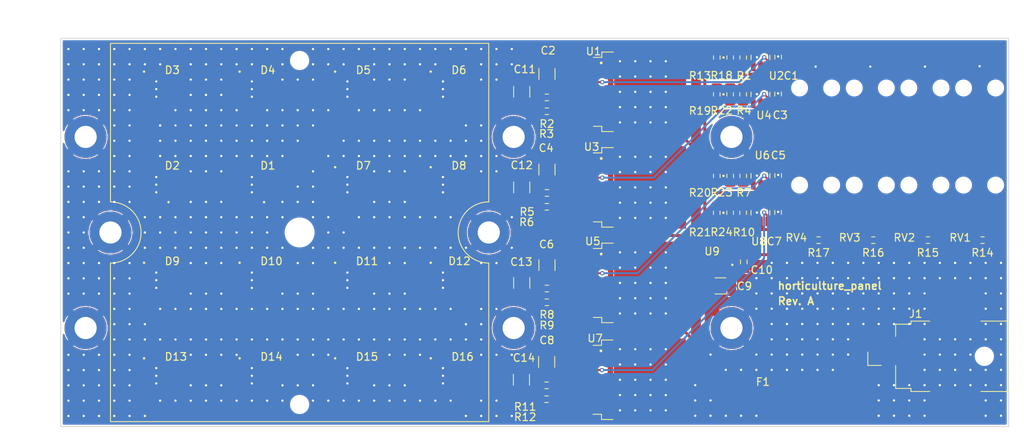
<source format=kicad_pcb>
(kicad_pcb (version 20211014) (generator pcbnew)
  (layers (0 "F.Cu" signal) (31 "B.Cu" signal) (34 "B.Paste" user) (35 "F.Paste" user) (36 "B.SilkS" user "B.Silkscreen") (37 "F.SilkS" user "F.Silkscreen") (38 "B.Mask" user) (39 "F.Mask" user) (44 "Edge.Cuts" user))
  (net 0 "")
  (net 1 "Net-(D1-Pad2)")
  (net 2 "Net-(D7-Pad2)")
  (net 3 "/V20V")
  (net 5 "Net-(R1-Pad1)")
  (net 6 "Net-(R2-Pad1)")
  (net 7 "Net-(R3-Pad1)")
  (net 8 "Net-(R5-Pad1)")
  (net 9 "Net-(R6-Pad1)")
  (net 10 "Net-(R7-Pad1)")
  (net 11 "Net-(R8-Pad1)")
  (net 12 "/GND")
  (net 13 "/V5V")
  (net 14 "Net-(R9-Pad1)")
  (net 15 "Net-(R12-Pad1)")
  (net 16 "Net-(R16-Pad1)")
  (net 17 "Net-(D2-Pad2)")
  (net 18 "Net-(D3-Pad2)")
  (net 19 "Net-(D4-Pad2)")
  (net 20 "Net-(D5-Pad2)")
  (net 21 "Net-(R13-Pad2)")
  (net 22 "Net-(R10-Pad1)")
  (net 23 "Net-(R11-Pad1)")
  (net 24 "Net-(R14-Pad1)")
  (net 25 "Net-(R15-Pad1)")
  (net 26 "Net-(U3-Pad3)")
  (net 27 "Net-(U5-Pad3)")
  (net 28 "Net-(R17-Pad1)")
  (net 29 "Net-(R4-Pad1)")
  (net 30 "Net-(R19-Pad2)")
  (net 31 "Net-(R20-Pad2)")
  (net 32 "Net-(R21-Pad2)")
  (net 33 "Net-(RV1-Pad2)")
  (net 34 "Net-(RV2-Pad2)")
  (net 35 "Net-(D10-Pad1)")
  (net 36 "Net-(D10-Pad2)")
  (net 37 "Net-(D11-Pad2)")
  (net 38 "Net-(D13-Pad2)")
  (net 39 "Net-(D14-Pad2)")
  (net 40 "Net-(D15-Pad2)")
  (net 41 "Net-(C11-Pad2)")
  (net 42 "Net-(C12-Pad2)")
  (net 43 "Net-(C13-Pad2)")
  (net 44 "Net-(C14-Pad2)")
  (net 45 "Net-(F1-Pad1)")
  (net 46 "Net-(RV3-Pad2)")
  (net 47 "Net-(RV4-Pad2)")
  (net 48 "Net-(U1-Pad3)")
  (net 49 "Net-(U7-Pad3)")
  (footprint "horticulture_panel:SOT-23-6" (layer "F.Cu") (at 141.539575 72.821292 -90)
    (fp_text reference "U8")
    (fp_text value "LTC6992" hide)
  )
  (footprint "horticulture_panel:C1210" (layer "F.Cu") (at 136.3 82.375 180)
    (fp_text reference "C9")
    (fp_text value "C2u2" hide)
  )
  (footprint "horticulture_panel:R0805" (layer "F.Cu") (at 113.5892 84.54 180)
    (fp_text reference "R9")
    (fp_text value "R0R" hide)
  )
  (footprint "horticulture_panel:DNP_0805" (layer "F.Cu") (at 113.5892 70.23 180)
    (fp_text reference "R5")
    (fp_text value "R_DNP" hide)
  )
  (footprint "horticulture_panel:PSM050S-10" (layer "F.Cu") (at 148.75 62.85 -90)
    (fp_text reference "RV4")
    (fp_text value "RV10k" hide)
  )
  (footprint "horticulture_panel:Wurth Elektronik 3535 LED" (layer "F.Cu") (at 62.495 69.1446 180)
    (fp_text reference "D2")
    (fp_text value "LED Hyper Red" hide)
  )
  (footprint "horticulture_panel:R0805" (layer "F.Cu") (at 135.814575 57.331287 90)
    (fp_text reference "R19")
    (fp_text value "R1M" hide)
  )
  (footprint "horticulture_panel:R0805" (layer "F.Cu") (at 137.572381 67.995005 -90)
    (fp_text reference "R23")
    (fp_text value "R523k" hide)
  )
  (footprint "horticulture_panel:C1210" (layer "F.Cu") (at 113.5892 67.165 -90)
    (fp_text reference "C4")
    (fp_text value "C2u2" hide)
  )
  (footprint "horticulture_panel:Wurth Elektronik 3535 LED" (layer "F.Cu") (at 62.495 81.6446)
    (fp_text reference "D9")
    (fp_text value "LED Far Red" hide)
  )
  (footprint "horticulture_panel:R0805" (layer "F.Cu") (at 113.5892 59.54 180)
    (fp_text reference "R3")
    (fp_text value "R0R" hide)
  )
  (footprint "horticulture_panel:R0805" (layer "F.Cu") (at 137.564575 72.821292 -90)
    (fp_text reference "R24")
    (fp_text value "R523k" hide)
  )
  (footprint "horticulture_panel:DNP_0805" (layer "F.Cu") (at 113.5892 82.73 180)
    (fp_text reference "R8")
    (fp_text value "R_DNP" hide)
  )
  (footprint "horticulture_panel:C1210" (layer "F.Cu") (at 110.2892 57 -90)
    (fp_text reference "C11")
    (fp_text value "C2u2" hide)
  )
  (footprint "horticulture_panel:Mounting Hole #4" (layer "F.Cu") (at 137.74 62.9)
    (fp_text reference "H7" hide)
    (fp_text value "Mounting Hole" hide)
  )
  (footprint "horticulture_panel:R0805" (layer "F.Cu") (at 149.1375 76.4 180)
    (fp_text reference "R17")
    (fp_text value "R39k" hide)
  )
  (footprint "horticulture_panel:Wurth Elektronik 3535 LED" (layer "F.Cu") (at 99.995 56.6446)
    (fp_text reference "D6")
    (fp_text value "LED Hyper Red" hide)
  )
  (footprint "horticulture_panel:C0805" (layer "F.Cu") (at 143.839575 72.771292 -90)
    (fp_text reference "C7")
    (fp_text value "C0u1" hide)
  )
  (footprint "horticulture_panel:Wurth Elektronik 3535 LED" (layer "F.Cu") (at 87.495 94.1446)
    (fp_text reference "D15")
    (fp_text value "LED Daylight" hide)
  )
  (footprint "horticulture_panel:Wurth Elektronik 3535 LED" (layer "F.Cu") (at 87.495 56.6446)
    (fp_text reference "D5")
    (fp_text value "LED Hyper Red" hide)
  )
  (footprint "horticulture_panel:Mounting Hole #4" (layer "F.Cu") (at 109.24 87.9)
    (fp_text reference "H6" hide)
    (fp_text value "Mounting Hole" hide)
  )
  (footprint "horticulture_panel:Mounting Hole #4" (layer "F.Cu") (at 53.25 87.9)
    (fp_text reference "H4" hide)
    (fp_text value "Mounting Hole" hide)
  )
  (footprint "horticulture_panel:Mounting Hole #4" (layer "F.Cu") (at 105.99 75.4)
    (fp_text reference "H2" hide)
    (fp_text value "Mounting Hole" hide)
  )
  (footprint "horticulture_panel:SOT-23-6" (layer "F.Cu") (at 141.547381 67.995005 -90)
    (fp_text reference "U6")
    (fp_text value "LTC6992" hide)
  )
  (footprint "horticulture_panel:SOT-23" (layer "F.Cu") (at 136.4 79.25 180)
    (fp_text reference "U9")
    (fp_text value "Regulator 5V, Linear, 89mA" hide)
  )
  (footprint "horticulture_panel:C1210" (layer "F.Cu") (at 113.5892 79.665 -90)
    (fp_text reference "C6")
    (fp_text value "C2u2" hide)
  )
  (footprint "horticulture_panel:R0805" (layer "F.Cu") (at 139.272381 67.995005 -90)
    (fp_text reference "R7")
    (fp_text value "R220k" hide)
  )
  (footprint "horticulture_panel:Mounting Hole #4" (layer "F.Cu") (at 137.74 87.9)
    (fp_text reference "H8" hide)
    (fp_text value "Mounting Hole" hide)
  )
  (footprint "horticulture_panel:Wurth Elektronik 3535 LED" (layer "F.Cu") (at 74.995 81.6446)
    (fp_text reference "D10")
    (fp_text value "LED Far Red" hide)
  )
  (footprint "horticulture_panel:R0805" (layer "F.Cu") (at 137.572381 52.505 -90)
    (fp_text reference "R18")
    (fp_text value "R523k" hide)
  )
  (footprint "horticulture_panel:Wurth Elektronik 3535 LED" (layer "F.Cu") (at 99.995 94.1446)
    (fp_text reference "D16")
    (fp_text value "LED Daylight" hide)
  )
  (footprint "horticulture_panel:Littelfuse 154" (layer "F.Cu") (at 149.633847 96.7 180)
    (fp_text reference "F1")
    (fp_text value "Fuse, 2A" hide)
  )
  (footprint "horticulture_panel:Wurth Elektronik 3535 LED" (layer "F.Cu") (at 62.495 94.1446)
    (fp_text reference "D13")
    (fp_text value "LED Daylight" hide)
  )
  (footprint "horticulture_panel:Wurth Elektronik LED Driver TO-263-7" (layer "F.Cu") (at 123.725 57)
    (fp_text reference "U1")
    (fp_text value "LED Driver" hide)
  )
  (footprint "horticulture_panel:R0805" (layer "F.Cu") (at 135.822381 67.995005 90)
    (fp_text reference "R20")
    (fp_text value "R1M" hide)
  )
  (footprint "horticulture_panel:Mounting Hole #4" (layer "F.Cu") (at 56.5 75.4)
    (fp_text reference "H1" hide)
    (fp_text value "Mounting Hole" hide)
  )
  (footprint "horticulture_panel:Mounting Hole #4" (layer "F.Cu") (at 109.24 62.9)
    (fp_text reference "H5" hide)
    (fp_text value "Mounting Hole" hide)
  )
  (footprint "horticulture_panel:C0805" (layer "F.Cu") (at 143.839575 57.281287 -90)
    (fp_text reference "C3")
    (fp_text value "C0u1" hide)
  )
  (footprint "horticulture_panel:C1210" (layer "F.Cu") (at 110.2892 82 -90)
    (fp_text reference "C13")
    (fp_text value "C2u2" hide)
  )
  (footprint "horticulture_panel:R0805" (layer "F.Cu") (at 163.4375 76.4 180)
    (fp_text reference "R15")
    (fp_text value "R39k" hide)
  )
  (footprint "horticulture_panel:PSM050S-10" (layer "F.Cu") (at 163.05 62.85 -90)
    (fp_text reference "RV2")
    (fp_text value "RV10k" hide)
  )
  (footprint "horticulture_panel:Wurth Elektronik 3535 LED" (layer "F.Cu") (at 99.995 69.1446)
    (fp_text reference "D8")
    (fp_text value "LED Deep Blue" hide)
  )
  (footprint "horticulture_panel:Wurth Elektronik LED Driver TO-263-7" (layer "F.Cu") (at 123.6858 94.67)
    (fp_text reference "U7")
    (fp_text value "LED Driver" hide)
  )
  (footprint "horticulture_panel:Wurth Elektronik 3535 LED" (layer "F.Cu") (at 74.995 94.1446)
    (fp_text reference "D14")
    (fp_text value "LED Daylight" hide)
  )
  (footprint "horticulture_panel:Wurth Elektronik 3535 LED" (layer "F.Cu") (at 62.495 56.6446)
    (fp_text reference "D3")
    (fp_text value "LED Hyper Red" hide)
  )
  (footprint "horticulture_panel:Wurth Elektronik 3535 LED" (layer "F.Cu") (at 74.995 56.6446)
    (fp_text reference "D4")
    (fp_text value "LED Hyper Red" hide)
  )
  (footprint "horticulture_panel:R0805" (layer "F.Cu") (at 113.5892 72.04 180)
    (fp_text reference "R6")
    (fp_text value "R0R" hide)
  )
  (footprint "horticulture_panel:R0805" (layer "F.Cu") (at 137.564575 57.331287 -90)
    (fp_text reference "R22")
    (fp_text value "R523k" hide)
  )
  (footprint "horticulture_panel:CUI PJ-036BH" (layer "F.Cu") (at 163.82 91.6 90)
    (fp_text reference "J1")
    (fp_text value "Barrel Jack, 2.5mmx5.5mm" hide)
  )
  (footprint "horticulture_panel:C1210" (layer "F.Cu") (at 110.25 94.67 -90)
    (fp_text reference "C14")
    (fp_text value "C2u2" hide)
  )
  (footprint "horticulture_panel:R0805" (layer "F.Cu") (at 135.814575 72.821292 90)
    (fp_text reference "R21")
    (fp_text value "R1M" hide)
  )
  (footprint "horticulture_panel:C1210" (layer "F.Cu") (at 113.55 92.335 -90)
    (fp_text reference "C8")
    (fp_text value "C2u2" hide)
  )
  (footprint "horticulture_panel:PSM050S-10" (layer "F.Cu") (at 170.2 62.85 -90)
    (fp_text reference "RV1")
    (fp_text value "RV10k" hide)
  )
  (footprint "horticulture_panel:R0805" (layer "F.Cu") (at 170.5875 76.4 180)
    (fp_text reference "R14")
    (fp_text value "R39k" hide)
  )
  (footprint "horticulture_panel:R0805" (layer "F.Cu") (at 113.55 97.21 180)
    (fp_text reference "R12")
    (fp_text value "R0R" hide)
  )
  (footprint "horticulture_panel:Wurth Elektronik LED Driver TO-263-7" (layer "F.Cu") (at 123.725 69.5)
    (fp_text reference "U3")
    (fp_text value "LED Driver" hide)
  )
  (footprint "horticulture_panel:R0805" (layer "F.Cu") (at 135.822381 52.505 90)
    (fp_text reference "R13")
    (fp_text value "R1M" hide)
  )
  (footprint "horticulture_panel:DNP_0805" (layer "F.Cu") (at 113.5892 57.73 180)
    (fp_text reference "R2")
    (fp_text value "R_DNP" hide)
  )
  (footprint "horticulture_panel:Wurth Elektronik 3535 LED" (layer "F.Cu") (at 87.495 69.1446)
    (fp_text reference "D7")
    (fp_text value "LED Deep Blue" hide)
  )
  (footprint "horticulture_panel:C1210" (layer "F.Cu") (at 110.2892 69.5 -90)
    (fp_text reference "C12")
    (fp_text value "C2u2" hide)
  )
  (footprint "horticulture_panel:C0805" (layer "F.Cu") (at 143.847381 52.455 -90)
    (fp_text reference "C1")
    (fp_text value "C0u1" hide)
  )
  (footprint "horticulture_panel:Wurth Elektronik 3535 LED" (layer "F.Cu") (at 99.995 81.6446)
    (fp_text reference "D12")
    (fp_text value "LED Far Red" hide)
  )
  (footprint "horticulture_panel:DNP_0805" (layer "F.Cu") (at 113.55 95.4 180)
    (fp_text reference "R11")
    (fp_text value "R_DNP" hide)
  )
  (footprint "horticulture_panel:PSM050S-10" (layer "F.Cu") (at 155.9 62.85 -90)
    (fp_text reference "RV3")
    (fp_text value "RV10k" hide)
  )
  (footprint "horticulture_panel:Mounting Hole #4" (layer "F.Cu") (at 53.25 62.9)
    (fp_text reference "H3" hide)
    (fp_text value "Mounting Hole" hide)
  )
  (footprint "horticulture_panel:Wurth Elektronik 3535 LED" (layer "F.Cu") (at 74.995 69.1446 180)
    (fp_text reference "D1")
    (fp_text value "LED Hyper Red" hide)
  )
  (footprint "horticulture_panel:SOT-23-6" (layer "F.Cu") (at 141.539575 57.331287 -90)
    (fp_text reference "U4")
    (fp_text value "LTC6992" hide)
  )
  (footprint "horticulture_panel:C0805" (layer "F.Cu") (at 143.847381 67.945005 -90)
    (fp_text reference "C5")
    (fp_text value "C0u1" hide)
  )
  (footprint "horticulture_panel:Wurth Elektronik LED Driver TO-263-7" (layer "F.Cu") (at 123.725 82)
    (fp_text reference "U5")
    (fp_text value "LED Driver" hide)
  )
  (footprint "horticulture_panel:C0805" (layer "F.Cu") (at 139.35 79.25 -90)
    (fp_text reference "C10")
    (fp_text value "C10u" hide)
  )
  (footprint "horticulture_panel:R0805" (layer "F.Cu") (at 139.272381 52.505 -90)
    (fp_text reference "R1")
    (fp_text value "R220k" hide)
  )
  (footprint "horticulture_panel:C1210" (layer "F.Cu") (at 113.5892 54.665 -90)
    (fp_text reference "C2")
    (fp_text value "C2u2" hide)
  )
  (footprint "horticulture_panel:LEDiL C16597" (layer "F.Cu") (at 81.245 75.4 90)
    (fp_text reference "H11" hide)
    (fp_text value "Lens LEDiL C16597" hide)
  )
  (footprint "horticulture_panel:R0805" (layer "F.Cu") (at 139.264575 72.821292 -90)
    (fp_text reference "R10")
    (fp_text value "R220k" hide)
  )
  (footprint "horticulture_panel:R0805" (layer "F.Cu") (at 156.2875 76.4 180)
    (fp_text reference "R16")
    (fp_text value "R39k" hide)
  )
  (footprint "horticulture_panel:SOT-23-6" (layer "F.Cu") (at 141.547381 52.505 -90)
    (fp_text reference "U2")
    (fp_text value "LTC6992" hide)
  )
  (footprint "horticulture_panel:R0805" (layer "F.Cu") (at 139.264575 57.331287 -90)
    (fp_text reference "R4")
    (fp_text value "R220k" hide)
  )
  (footprint "horticulture_panel:Wurth Elektronik 3535 LED" (layer "F.Cu") (at 87.495 81.6446)
    (fp_text reference "D11")
    (fp_text value "LED Far Red" hide)
  )
  (gr_line (start 50 50) (end 50 100.8) (layer "Edge.Cuts") (width 0.1))
  (gr_line (start 50 100.8) (end 174 100.8) (layer "Edge.Cuts") (width 0.1))
  (gr_line (start 50 50) (end 174 50) (layer "Edge.Cuts") (width 0.1))
  (gr_line (start 174 50) (end 174 100.8) (layer "Edge.Cuts") (width 0.1))
  (gr_text "horticulture_panel" (at 143.69 82.38) (layer "F.SilkS") (effects (font (size 1 1) (thickness 0.2)) (justify left)))
  (gr_text "Rev. A" (at 143.69 84.38) (layer "F.SilkS") (effects (font (size 1 1) (thickness 0.2)) (justify left)))
  (segment (start 63.88 69.1446) (end 73.61 69.1446) (width 0.381) (layer "F.Cu") (net 1))
  (segment (start 98.61 69.1446) (end 88.88 69.1446) (width 0.381) (layer "F.Cu") (net 2))
  (segment (start 110.2892 80.525) (end 109.1696 81.6446) (width 0.381) (layer "F.Cu") (net 3))
  (segment (start 115.095 88.35) (end 131.620822 88.35) (width 0.381) (layer "F.Cu") (net 3))
  (segment (start 111.3071 79.5071) (end 110.2892 80.525) (width 0.381) (layer "F.Cu") (net 3))
  (segment (start 113.5892 65.69) (end 117.95 65.69) (width 0.381) (layer "F.Cu") (net 3))
  (segment (start 113.5892 78.19) (end 112.6242 78.19) (width 0.381) (layer "F.Cu") (net 3))
  (segment (start 112.6242 53.19) (end 111.6071 54.2071) (width 0.381) (layer "F.Cu") (net 3))
  (segment (start 111.5821 66.7321) (end 110.2892 68.025) (width 0.381) (layer "F.Cu") (net 3))
  (segment (start 109.1696 81.6446) (end 101.38 81.6446) (width 0.381) (layer "F.Cu") (net 3))
  (segment (start 137.665 96.7) (end 145.948847 96.7) (width 1.27) (layer "F.Cu") (net 3))
  (segment (start 109.3004 94.1446) (end 101.38 94.1446) (width 0.381) (layer "F.Cu") (net 3))
  (segment (start 134.825 82.375) (end 133.1 84.1) (width 0.381) (layer "F.Cu") (net 3))
  (segment (start 115.0642 50.75) (end 131.775 50.75) (width 0.381) (layer "F.Cu") (net 3))
  (segment (start 112.6242 78.19) (end 111.3071 79.5071) (width 0.381) (layer "F.Cu") (net 3))
  (segment (start 112.585 90.86) (end 111.1475 92.2975) (width 0.381) (layer "F.Cu") (net 3))
  (segment (start 109.1696 56.6446) (end 110.2892 55.525) (width 0.381) (layer "F.Cu") (net 3))
  (segment (start 110.2892 68.025) (end 109.1696 69.1446) (width 0.381) (layer "F.Cu") (net 3))
  (segment (start 114.82 92.13) (end 117.9108 92.13) (width 0.381) (layer "F.Cu") (net 3))
  (segment (start 113.5892 78.19) (end 117.95 78.19) (width 0.381) (layer "F.Cu") (net 3))
  (segment (start 111.5821 66.7321) (end 115.0642 63.25) (width 0.381) (layer "F.Cu") (net 3))
  (segment (start 117.95 53.19) (end 113.5892 53.19) (width 0.381) (layer "F.Cu") (net 3))
  (segment (start 133.1 84.1) (end 133.1 85.425) (width 0.381) (layer "F.Cu") (net 3))
  (segment (start 113.55 90.86) (end 117.9108 90.86) (width 0.381) (layer "F.Cu") (net 3))
  (segment (start 115.0142 75.8) (end 131.780022 75.8) (width 0.381) (layer "F.Cu") (net 3))
  (segment (start 113.5892 65.69) (end 112.6242 65.69) (width 0.381) (layer "F.Cu") (net 3))
  (segment (start 131.620822 88.35) (end 133.1 89.829178) (width 0.381) (layer "F.Cu") (net 3))
  (segment (start 111.6071 54.2071) (end 110.2892 55.525) (width 0.381) (layer "F.Cu") (net 3))
  (segment (start 133.1 88.15) (end 133.1 92.135) (width 1.27) (layer "F.Cu") (net 3))
  (segment (start 117.95 66.96) (end 114.8592 66.96) (width 0.381) (layer "F.Cu") (net 3))
  (segment (start 110.25 93.195) (end 109.3004 94.1446) (width 0.381) (layer "F.Cu") (net 3))
  (segment (start 111.6071 54.2071) (end 115.0642 50.75) (width 0.381) (layer "F.Cu") (net 3))
  (segment (start 114.8592 54.46) (end 117.95 54.46) (width 0.381) (layer "F.Cu") (net 3))
  (segment (start 109.1696 69.1446) (end 101.38 69.1446) (width 0.381) (layer "F.Cu") (net 3))
  (segment (start 135.4625 79.25) (end 134.825 79.8875) (width 0.381) (layer "F.Cu") (net 3))
  (segment (start 131.780022 75.8) (end 133.1 77.119978) (width 0.381) (layer "F.Cu") (net 3))
  (segment (start 131.730022 63.25) (end 133.1 64.619978) (width 0.381) (layer "F.Cu") (net 3))
  (segment (start 111.1475 92.2975) (end 115.095 88.35) (width 0.381) (layer "F.Cu") (net 3))
  (segment (start 113.5892 53.19) (end 112.6242 53.19) (width 0.381) (layer "F.Cu") (net 3))
  (segment (start 113.55 90.86) (end 112.585 90.86) (width 0.381) (layer "F.Cu") (net 3))
  (segment (start 133.1 52.475) (end 133.1 85.425) (width 1.27) (layer "F.Cu") (net 3))
  (segment (start 133.1 85.425) (end 133.1 88.15) (width 1.27) (layer "F.Cu") (net 3))
  (segment (start 114.8592 79.46) (end 117.95 79.46) (width 0.381) (layer "F.Cu") (net 3))
  (segment (start 114.8592 66.96) (end 113.5892 65.69) (width 0.381) (layer "F.Cu") (net 3))
  (segment (start 115.0642 63.25) (end 131.730022 63.25) (width 0.381) (layer "F.Cu") (net 3))
  (segment (start 111.1475 92.2975) (end 110.25 93.195) (width 0.381) (layer "F.Cu") (net 3))
  (segment (start 131.775 50.75) (end 133.175 52.15) (width 0.381) (layer "F.Cu") (net 3))
  (segment (start 113.55 90.86) (end 114.82 92.13) (width 0.381) (layer "F.Cu") (net 3))
  (segment (start 111.3071 79.5071) (end 115.0142 75.8) (width 0.381) (layer "F.Cu") (net 3))
  (segment (start 101.38 56.6446) (end 109.1696 56.6446) (width 0.381) (layer "F.Cu") (net 3))
  (segment (start 113.5892 78.19) (end 114.8592 79.46) (width 0.381) (layer "F.Cu") (net 3))
  (segment (start 134.825 79.8875) (end 134.825 82.375) (width 0.381) (layer "F.Cu") (net 3))
  (segment (start 112.6242 65.69) (end 111.5821 66.7321) (width 0.381) (layer "F.Cu") (net 3))
  (segment (start 113.5892 53.19) (end 114.8592 54.46) (width 0.381) (layer "F.Cu") (net 3))
  (segment (start 133.1 92.135) (end 137.665 96.7) (width 1.27) (layer "F.Cu") (net 3))
  (segment (start 139.272381 51.5925) (end 139.497381 51.3675) (width 0.254) (layer "F.Cu") (net 5))
  (segment (start 139.497381 51.3675) (end 140.597381 51.3675) (width 0.254) (layer "F.Cu") (net 5))
  (segment (start 115.0417 58.27) (end 114.5017 57.73) (width 0.381) (layer "F.Cu") (net 6))
  (segment (start 117.95 58.27) (end 115.0417 58.27) (width 0.381) (layer "F.Cu") (net 6))
  (segment (start 117.95 59.54) (end 114.5017 59.54) (width 0.381) (layer "F.Cu") (net 7))
  (segment (start 117.95 70.77) (end 115.0417 70.77) (width 0.381) (layer "F.Cu") (net 8))
  (segment (start 115.0417 70.77) (end 114.5017 70.23) (width 0.381) (layer "F.Cu") (net 8))
  (segment (start 117.95 72.04) (end 114.5017 72.04) (width 0.381) (layer "F.Cu") (net 9))
  (segment (start 139.272381 67.082505) (end 139.497381 66.857505) (width 0.254) (layer "F.Cu") (net 10))
  (segment (start 139.497381 66.857505) (end 140.597381 66.857505) (width 0.254) (layer "F.Cu") (net 10))
  (segment (start 115.0417 83.27) (end 114.5017 82.73) (width 0.381) (layer "F.Cu") (net 11))
  (segment (start 117.95 83.27) (end 115.0417 83.27) (width 0.381) (layer "F.Cu") (net 11))
  (segment (start 137.3375 80.2) (end 139.35 80.2) (width 0.381) (layer "F.Cu") (net 12))
  (segment (start 143.847381 67.875) (end 143.847381 66.995005) (width 0.254) (layer "F.Cu") (net 12))
  (segment (start 148.75 53.7) (end 147.45 52.4) (width 0.254) (layer "F.Cu") (net 12))
  (segment (start 141.539575 56.826287) (end 141.064575 57.301287) (width 0.254) (layer "F.Cu") (net 12))
  (segment (start 168.9 52.35) (end 170.2 53.65) (width 0.254) (layer "F.Cu") (net 12))
  (segment (start 117.95 82) (end 115.6642 82) (width 0.381) (layer "F.Cu") (net 12))
  (segment (start 148.75 53.7) (end 150.05 52.4) (width 0.254) (layer "F.Cu") (net 12))
  (segment (start 141.539575 72.316292) (end 141.064575 72.791292) (width 0.254) (layer "F.Cu") (net 12))
  (segment (start 115.625 94.67) (end 114.765 93.81) (width 0.381) (layer "F.Cu") (net 12))
  (segment (start 112.6767 82.0525) (end 113.5892 81.14) (width 0.381) (layer "F.Cu") (net 12))
  (segment (start 115.6642 69.5) (end 114.8042 68.64) (width 0.381) (layer "F.Cu") (net 12))
  (segment (start 155.9 53.7) (end 154.6 52.4) (width 0.254) (layer "F.Cu") (net 12))
  (segment (start 163.05 53.7) (end 161.75 52.4) (width 0.254) (layer "F.Cu") (net 12))
  (segment (start 117.95 82) (end 127.1 82) (width 0.381) (layer "F.Cu") (net 12))
  (segment (start 114.765 93.81) (end 113.55 93.81) (width 0.381) (layer "F.Cu") (net 12))
  (segment (start 171.5 52.35) (end 170.2 53.65) (width 0.254) (layer "F.Cu") (net 12))
  (segment (start 115.6642 57) (end 114.8042 56.14) (width 0.381) (layer "F.Cu") (net 12))
  (segment (start 114.8042 56.14) (end 113.5892 56.14) (width 0.381) (layer "F.Cu") (net 12))
  (segment (start 141.547381 67.490005) (end 141.072381 67.965005) (width 0.254) (layer "F.Cu") (net 12))
  (segment (start 163.05 53.7) (end 164.35 52.4) (width 0.254) (layer "F.Cu") (net 12))
  (segment (start 147.45 52.4) (end 147.45 52.05) (width 0.254) (layer "F.Cu") (net 12))
  (segment (start 141.539575 71.683792) (end 141.539575 72.316292) (width 0.254) (layer "F.Cu") (net 12))
  (segment (start 112.6767 59.54) (end 112.6767 57.73) (width 0.381) (layer "F.Cu") (net 12))
  (segment (start 143.839575 72.7) (end 143.839575 71.821292) (width 0.254) (layer "F.Cu") (net 12))
  (segment (start 155.9 53.7) (end 157.2 52.4) (width 0.254) (layer "F.Cu") (net 12))
  (segment (start 157.2 52.4) (end 157.2 52.05) (width 0.254) (layer "F.Cu") (net 12))
  (segment (start 114.8042 68.64) (end 113.5892 68.64) (width 0.381) (layer "F.Cu") (net 12))
  (segment (start 115.6642 82) (end 114.8042 81.14) (width 0.381) (layer "F.Cu") (net 12))
  (segment (start 137.572381 68.907505) (end 136.697381 68.032505) (width 0.25) (layer "F.Cu") (net 12))
  (segment (start 112.6767 69.5525) (end 113.5892 68.64) (width 0.381) (layer "F.Cu") (net 12))
  (segment (start 141.547381 66.857505) (end 141.547381 67.490005) (width 0.254) (layer "F.Cu") (net 12))
  (segment (start 143.847381 52.375) (end 143.847381 51.505) (width 0.254) (layer "F.Cu") (net 12))
  (segment (start 137.564575 58.243787) (end 136.689575 57.368787) (width 0.25) (layer "F.Cu") (net 12))
  (segment (start 112.6767 72.04) (end 112.6767 70.23) (width 0.381) (layer "F.Cu") (net 12))
  (segment (start 171.5 52.05) (end 171.5 52.35) (width 0.254) (layer "F.Cu") (net 12))
  (segment (start 139.272381 53.4175) (end 137.572381 53.4175) (width 0.25) (layer "F.Cu") (net 12))
  (segment (start 137.572381 53.4175) (end 136.697381 52.5425) (width 0.25) (layer "F.Cu") (net 12))
  (segment (start 139.264575 58.243787) (end 137.564575 58.243787) (width 0.25) (layer "F.Cu") (net 12))
  (segment (start 117.95 69.5) (end 127.1 69.5) (width 0.381) (layer "F.Cu") (net 12))
  (segment (start 112.6767 82.73) (end 112.6767 82.0525) (width 0.381) (layer "F.Cu") (net 12))
  (segment (start 143.839575 57.2) (end 143.839575 56.331287) (width 0.254) (layer "F.Cu") (net 12))
  (segment (start 141.547381 52) (end 141.072381 52.475) (width 0.254) (layer "F.Cu") (net 12))
  (segment (start 164.35 52.4) (end 164.35 52.05) (width 0.254) (layer "F.Cu") (net 12))
  (segment (start 139.272381 68.907505) (end 137.572381 68.907505) (width 0.25) (layer "F.Cu") (net 12))
  (segment (start 117.9108 94.67) (end 127.0608 94.67) (width 0.381) (layer "F.Cu") (net 12))
  (segment (start 141.547381 51.3675) (end 141.547381 52) (width 0.254) (layer "F.Cu") (net 12))
  (segment (start 112.6375 95.4) (end 112.6375 94.7225) (width 0.381) (layer "F.Cu") (net 12))
  (segment (start 112.6375 94.7225) (end 113.55 93.81) (width 0.381) (layer "F.Cu") (net 12))
  (segment (start 117.95 57) (end 115.6642 57) (width 0.381) (layer "F.Cu") (net 12))
  (segment (start 112.6767 57.0525) (end 113.5892 56.14) (width 0.381) (layer "F.Cu") (net 12))
  (segment (start 112.6767 84.54) (end 112.6767 82.73) (width 0.381) (layer "F.Cu") (net 12))
  (segment (start 112.6767 57.73) (end 112.6767 57.0525) (width 0.381) (layer "F.Cu") (net 12))
  (segment (start 112.6375 97.21) (end 112.6375 95.4) (width 0.381) (layer "F.Cu") (net 12))
  (segment (start 117.95 57) (end 127.1 57) (width 0.381) (layer "F.Cu") (net 12))
  (segment (start 168.9 52.05) (end 168.9 52.35) (width 0.254) (layer "F.Cu") (net 12))
  (segment (start 139.264575 73.733792) (end 137.564575 73.733792) (width 0.25) (layer "F.Cu") (net 12))
  (segment (start 114.8042 81.14) (end 113.5892 81.14) (width 0.381) (layer "F.Cu") (net 12))
  (segment (start 141.539575 56.193787) (end 141.539575 56.826287) (width 0.254) (layer "F.Cu") (net 12))
  (segment (start 112.6767 70.23) (end 112.6767 69.5525) (width 0.381) (layer "F.Cu") (net 12))
  (segment (start 117.95 69.5) (end 115.6642 69.5) (width 0.381) (layer "F.Cu") (net 12))
  (segment (start 117.9108 94.67) (end 115.625 94.67) (width 0.381) (layer "F.Cu") (net 12))
  (segment (start 137.564575 73.733792) (end 136.689575 72.858792) (width 0.25) (layer "F.Cu") (net 12))
  (segment (start 154.6 52.4) (end 154.6 52.05) (width 0.254) (layer "F.Cu") (net 12))
  (segment (start 137.3375 80.2) (end 137.775 80.6375) (width 0.381) (layer "F.Cu") (net 12))
  (segment (start 161.75 52.4) (end 161.75 52.05) (width 0.254) (layer "F.Cu") (net 12))
  (segment (start 137.775 80.6375) (end 137.775 82.375) (width 0.381) (layer "F.Cu") (net 12))
  (segment (start 150.05 52.4) (end 150.05 52.05) (width 0.254) (layer "F.Cu") (net 12))
  (via (at 69 91.4) (size 0.56) (drill 0.3) (layers "F.Cu" "B.Cu") (net 12))
  (via (at 59 97.4) (size 0.56) (drill 0.3) (layers "F.Cu" "B.Cu") (net 12))
  (via (at 93 97.4) (size 0.56) (drill 0.3) (layers "F.Cu" "B.Cu") (net 12))
  (via (at 85 51.4) (size 0.56) (drill 0.3) (layers "F.Cu" "B.Cu") (net 12))
  (via (at 109 51.4) (size 0.56) (drill 0.3) (layers "F.Cu" "B.Cu") (net 12))
  (via (at 159 87.375) (size 0.56) (drill 0.3) (layers "F.Cu" "B.Cu") (net 12))
  (via (at 143 79.375) (size 0.56) (drill 0.3) (layers "F.Cu" "B.Cu") (net 12))
  (via (at 87.495 82.6446) (size 0.56) (drill 0.3) (layers "F.Cu" "B.Cu") (net 12))
  (via (at 161 97.375) (size 0.56) (drill 0.3) (layers "F.Cu" "B.Cu") (net 12))
  (via (at 127.15 92.67) (size 0.56) (drill 0.3) (layers "F.Cu" "B.Cu") (net 12))
  (via (at 83 97.4) (size 0.56) (drill 0.3) (layers "F.Cu" "B.Cu") (net 12))
  (via (at 129.15 82) (size 0.56) (drill 0.3) (layers "F.Cu" "B.Cu") (net 12))
  (via (at 103 77.4) (size 0.56) (drill 0.3) (layers "F.Cu" "B.Cu") (net 12))
  (via (at 105 65.4) (size 0.56) (drill 0.3) (layers "F.Cu" "B.Cu") (net 12))
  (via (at 107 55.4) (size 0.56) (drill 0.3) (layers "F.Cu" "B.Cu") (net 12))
  (via (at 57 59.4) (size 0.56) (drill 0.3) (layers "F.Cu" "B.Cu") (net 12))
  (via (at 74.995 94.1446) (size 0.56) (drill 0.3) (layers "F.Cu" "B.Cu") (net 12))
  (via (at 163 87.375) (size 0.56) (drill 0.3) (layers "F.Cu" "B.Cu") (net 12))
  (via (at 147 79.375) (size 0.56) (drill 0.3) (layers "F.Cu" "B.Cu") (net 12))
  (via (at 85 59.4) (size 0.56) (drill 0.3) (layers "F.Cu" "B.Cu") (net 12))
  (via (at 53 97.4) (size 0.56) (drill 0.3) (layers "F.Cu" "B.Cu") (net 12))
  (via (at 83 73.4) (size 0.56) (drill 0.3) (layers "F.Cu" "B.Cu") (net 12))
  (via (at 69 63.4) (size 0.56) (drill 0.3) (layers "F.Cu" "B.Cu") (net 12))
  (via (at 151 79.375) (size 0.56) (drill 0.3) (layers "F.Cu" "B.Cu") (net 12))
  (via (at 161 85.375) (size 0.56) (drill 0.3) (layers "F.Cu" "B.Cu") (net 12))
  (via (at 65 65.4) (size 0.56) (drill 0.3) (layers "F.Cu" "B.Cu") (net 12))
  (via (at 109 91.4) (size 0.56) (drill 0.3) (layers "F.Cu" "B.Cu") (net 12))
  (via (at 67 83.4) (size 0.56) (drill 0.3) (layers "F.Cu" "B.Cu") (net 12))
  (via (at 59 55.4) (size 0.56) (drill 0.3) (layers "F.Cu" "B.Cu") (net 12))
  (via (at 99 65.4) (size 0.56) (drill 0.3) (layers "F.Cu" "B.Cu") (net 12))
  (via (at 69 85.4) (size 0.56) (drill 0.3) (layers "F.Cu" "B.Cu") (net 12))
  (via (at 51 83.4) (size 0.56) (drill 0.3) (layers "F.Cu" "B.Cu") (net 12))
  (via (at 93 95.4) (size 0.56) (drill 0.3) (layers "F.Cu" "B.Cu") (net 12))
  (via (at 103 51.4) (size 0.56) (drill 0.3) (layers "F.Cu" "B.Cu") (net 12))
  (via (at 62.495 55.6446) (size 0.56) (drill 0.3) (layers "F.Cu" "B.Cu") (net 12))
  (via (at 145 91.375) (size 0.56) (drill 0.3) (layers "F.Cu" "B.Cu") (net 12))
  (via (at 67 79.4) (size 0.56) (drill 0.3) (layers "F.Cu" "B.Cu") (net 12))
  (via (at 51 97.4) (size 0.56) (drill 0.3) (layers "F.Cu" "B.Cu") (net 12))
  (via (at 136.689575 57.331287) (size 0.56) (drill 0.3) (layers "F.Cu" "B.Cu") (net 12))
  (via (at 171 93.375) (size 0.56) (drill 0.3) (layers "F.Cu" "B.Cu") (net 12))
  (via (at 141 81.375) (size 0.56) (drill 0.3) (layers "F.Cu" "B.Cu") (net 12))
  (via (at 103 61.4) (size 0.56) (drill 0.3) (layers "F.Cu" "B.Cu") (net 12))
  (via (at 71 71.4) (size 0.56) (drill 0.3) (layers "F.Cu" "B.Cu") (net 12))
  (via (at 123.15 86) (size 0.56) (drill 0.3) (layers "F.Cu" "B.Cu") (net 12))
  (via (at 67 51.4) (size 0.56) (drill 0.3) (layers "F.Cu" "B.Cu") (net 12))
  (via (at 97 59.4) (size 0.56) (drill 0.3) (layers "F.Cu" "B.Cu") (net 12))
  (via (at 87.495 93.1446) (size 0.56) (drill 0.3) (layers "F.Cu" "B.Cu") (net 12))
  (via (at 57 57.4) (size 0.56) (drill 0.3) (layers "F.Cu" "B.Cu") (net 12))
  (via (at 165 91.375) (size 0.56) (drill 0.3) (layers "F.Cu" "B.Cu") (net 12))
  (via (at 155.9 53.7) (size 0.56) (drill 0.3) (layers "F.Cu" "B.Cu") (net 12))
  (via (at 91 83.4) (size 0.56) (drill 0.3) (layers "F.Cu" "B.Cu") (net 12))
  (via (at 123.15 69.5) (size 0.56) (drill 0.3) (layers "F.Cu" "B.Cu") (net 12))
  (via (at 123.15 84) (size 0.56) (drill 0.3) (layers "F.Cu" "B.Cu") (net 12))
  (via (at 151 85.375) (size 0.56) (drill 0.3) (layers "F.Cu" "B.Cu") (net 12))
  (via (at 97 51.4) (size 0.56) (drill 0.3) (layers "F.Cu" "B.Cu") (net 12))
  (via (at 129.15 98.67) (size 0.56) (drill 0.3) (layers "F.Cu" "B.Cu") (net 12))
  (via (at 159 99.375) (size 0.56) (drill 0.3) (layers "F.Cu" "B.Cu") (net 12))
  (via (at 57 89.4) (size 0.56) (drill 0.3) (layers "F.Cu" "B.Cu") (net 12))
  (via (at 81 69.4) (size 0.56) (drill 0.3) (layers "F.Cu" "B.Cu") (net 12))
  (via (at 97 53.4) (size 0.56) (drill 0.3) (layers "F.Cu" "B.Cu") (net 12))
  (via (at 79 53.4) (size 0.56) (drill 0.3) (layers "F.Cu" "B.Cu") (net 12))
  (via (at 57 69.4) (size 0.56) (drill 0.3) (layers "F.Cu" "B.Cu") (net 12))
  (via (at 85 89.4) (size 0.56) (drill 0.3) (layers "F.Cu" "B.Cu") (net 12))
  (via (at 77 51.4) (size 0.56) (drill 0.3) (layers "F.Cu" "B.Cu") (net 12))
  (via (at 143 85.375) (size 0.56) (drill 0.3) (layers "F.Cu" "B.Cu") (net 12))
  (via (at 123.15 98.67) (size 0.56) (drill 0.3) (layers "F.Cu" "B.Cu") (net 12))
  (via (at 59 63.4) (size 0.56) (drill 0.3) (layers "F.Cu" "B.Cu") (net 12))
  (via (at 87 65.4) (size 0.56) (drill 0.3) (layers "F.Cu" "B.Cu") (net 12))
  (via (at 51 67.4) (size 0.56) (drill 0.3) (layers "F.Cu" "B.Cu") (net 12))
  (via (at 59 79.4) (size 0.56) (drill 0.3) (layers "F.Cu" "B.Cu") (net 12))
  (via (at 55 83.4) (size 0.56) (drill 0.3) (layers "F.Cu" "B.Cu") (net 12))
  (via (at 145 85.375) (size 0.56) (drill 0.3) (layers "F.Cu" "B.Cu") (net 12))
  (via (at 62.495 95.1446) (size 0.56) (drill 0.3) (layers "F.Cu" "B.Cu") (net 12))
  (via (at 85 91.4) (size 0.56) (drill 0.3) (layers "F.Cu" "B.Cu") (net 12))
  (via (at 89 89.4) (size 0.56) (drill 0.3) (layers "F.Cu" "B.Cu") (net 12))
  (via (at 55 97.4) (size 0.56) (drill 0.3) (layers "F.Cu" "B.Cu") (net 12))
  (via (at 147 83.375) (size 0.56) (drill 0.3) (layers "F.Cu" "B.Cu") (net 12))
  (via (at 141.064575 72.791292) (size 0.56) (drill 0.3) (layers "F.Cu" "B.Cu") (net 12))
  (via (at 153 85.375) (size 0.56) (drill 0.3) (layers "F.Cu" "B.Cu") (net 12))
  (via (at 63 51.4) (size 0.56) (drill 0.3) (layers "F.Cu" "B.Cu") (net 12))
  (via (at 157 97.375) (size 0.56) (drill 0.3) (layers "F.Cu" "B.Cu") (net 12))
  (via (at 99 53.4) (size 0.56) (drill 0.3) (layers "F.Cu" "B.Cu") (net 12))
  (via (at 105 89.4) (size 0.56) (drill 0.3) (layers "F.Cu" "B.Cu") (net 12))
  (via (at 63 75.4) (size 0.56) (drill 0.3) (layers "F.Cu" "B.Cu") (net 12))
  (via (at 125.15 82) (size 0.56) (drill 0.3) (layers "F.Cu" "B.Cu") (net 12))
  (via (at 95 67.4) (size 0.56) (drill 0.3) (layers "F.Cu" "B.Cu") (net 12))
  (via (at 143.847381 52.375) (size 0.56) (drill 0.3) (layers "F.Cu" "B.Cu") (net 12))
  (via (at 169 79.375) (size 0.56) (drill 0.3) (layers "F.Cu" "B.Cu") (net 12))
  (via (at 169 91.375) (size 0.56) (drill 0.3) (layers "F.Cu" "B.Cu") (net 12))
  (via (at 141.072381 52.475) (size 0.56) (drill 0.3) (layers "F.Cu" "B.Cu") (net 12))
  (via (at 55 59.4) (size 0.56) (drill 0.3) (layers "F.Cu" "B.Cu") (net 12))
  (via (at 133 95.375) (size 0.56) (drill 0.3) (layers "F.Cu" "B.Cu") (net 12))
  (via (at 67 95.4) (size 0.56) (drill 0.3) (layers "F.Cu" "B.Cu") (net 12))
  (via (at 93 83.4) (size 0.56) (drill 0.3) (layers "F.Cu" "B.Cu") (net 12))
  (via (at 153 91.375) (size 0.56) (drill 0.3) (layers "F.Cu" "B.Cu") (net 12))
  (via (at 59 67.4) (size 0.56) (drill 0.3) (layers "F.Cu" "B.Cu") (net 12))
  (via (at 105 51.4) (size 0.56) (drill 0.3) (layers "F.Cu" "B.Cu") (net 12))
  (via (at 148.75 53.7) (size 0.56) (drill 0.3) (layers "F.Cu" "B.Cu") (net 12))
  (via (at 83 79.4) (size 0.56) (drill 0.3) (layers "F.Cu" "B.Cu") (net 12))
  (via (at 61 73.4) (size 0.56) (drill 0.3) (layers "F.Cu" "B.Cu") (net 12))
  (via (at 163 93.375) (size 0.56) (drill 0.3) (layers "F.Cu" "B.Cu") (net 12))
  (via (at 73 51.4) (size 0.56) (drill 0.3) (layers "F.Cu" "B.Cu") (net 12))
  (via (at 74.995 69.1446) (size 0.56) (drill 0.3) (layers "F.Cu" "B.Cu") (net 12))
  (via (at 145 79.375) (size 0.56) (drill 0.3) (layers "F.Cu" "B.Cu") (net 12))
  (via (at 99 89.4) (size 0.56) (drill 0.3) (layers "F.Cu" "B.Cu") (net 12))
  (via (at 93 67.4) (size 0.56) (drill 0.3) (layers "F.Cu" "B.Cu") (net 12))
  (via (at 87 97.4) (size 0.56) (drill 0.3) (layers "F.Cu" "B.Cu") (net 12))
  (via (at 55 55.4) (size 0.56) (drill 0.3) (layers "F.Cu" "B.Cu") (net 12))
  (via (at 83 89.4) (size 0.56) (drill 0.3) (layers "F.Cu" "B.Cu") (net 12))
  (via (at 153 83.375) (size 0.56) (drill 0.3) (layers "F.Cu" "B.Cu") (net 12))
  (via (at 91 97.4) (size 0.56) (drill 0.3) (layers "F.Cu" "B.Cu") (net 12))
  (via (at 97 91.4) (size 0.56) (drill 0.3) (layers "F.Cu" "B.Cu") (net 12))
  (via (at 53 95.4) (size 0.56) (drill 0.3) (layers "F.Cu" "B.Cu") (net 12))
  (via (at 74.995 56.6446) (size 0.56) (drill 0.3) (layers "F.Cu" "B.Cu") (net 12))
  (via (at 173 85.375) (size 0.56) (drill 0.3) (layers "F.Cu" "B.Cu") (net 12))
  (via (at 101 63.4) (size 0.56) (drill 0.3) (layers "F.Cu" "B.Cu") (net 12))
  (via (at 51 91.4) (size 0.56) (drill 0.3) (layers "F.Cu" "B.Cu") (net 12))
  (via (at 149 89.375) (size 0.56) (drill 0.3) (layers "F.Cu" "B.Cu") (net 12))
  (via (at 125.15 98.67) (size 0.56) (drill 0.3) (layers "F.Cu" "B.Cu") (net 12))
  (via (at 149 91.375) (size 0.56) (drill 0.3) (layers "F.Cu" "B.Cu") (net 12))
  (via (at 145 83.375) (size 0.56) (drill 0.3) (layers "F.Cu" "B.Cu") (net 12))
  (via (at 73 89.4) (size 0.56) (drill 0.3) (layers "F.Cu" "B.Cu") (net 12))
  (via (at 169 81.375) (size 0.56) (drill 0.3) (layers "F.Cu" "B.Cu") (net 12))
  (via (at 79 61.4) (size 0.56) (drill 0.3) (layers "F.Cu" "B.Cu") (net 12))
  (via (at 123.15 80) (size 0.56) (drill 0.3) (layers "F.Cu" "B.Cu") (net 12))
  (via (at 103 89.4) (size 0.56) (drill 0.3) (layers "F.Cu" "B.Cu") (net 12))
  (via (at 129.15 55) (size 0.56) (drill 0.3) (layers "F.Cu" "B.Cu") (net 12))
  (via (at 73 65.4) (size 0.56) (drill 0.3) (layers "F.Cu" "B.Cu") (net 12))
  (via (at 62.495 57.6446) (size 0.56) (drill 0.3) (layers "F.Cu" "B.Cu") (net 12))
  (via (at 65 73.4) (size 0.56) (drill 0.3) (layers "F.Cu" "B.Cu") (net 12))
  (via (at 57 55.4) (size 0.56) (drill 0.3) (layers "F.Cu" "B.Cu") (net 12))
  (via (at 143 93.375) (size 0.56) (drill 0.3) (layers "F.Cu" "B.Cu") (net 12))
  (via (at 69 53.4) (size 0.56) (drill 0.3) (layers "F.Cu" "B.Cu") (net 12))
  (via (at 75 85.4) (size 0.56) (drill 0.3) (layers "F.Cu" "B.Cu") (net 12))
  (via (at 53 67.4) (size 0.56) (drill 0.3) (layers "F.Cu" "B.Cu") (net 12))
  (via (at 99 97.4) (size 0.56) (drill 0.3) (layers "F.Cu" "B.Cu") (net 12))
  (via (at 67 73.4) (size 0.56) (drill 0.3) (layers "F.Cu" "B.Cu") (net 12))
  (via (at 153 87.375) (size 0.56) (drill 0.3) (layers "F.Cu" "B.Cu") (net 12))
  (via (at 159 81.375) (size 0.56) (drill 0.3) (layers "F.Cu" "B.Cu") (net 12))
  (via (at 59 51.4) (size 0.56) (drill 0.3) (layers "F.Cu" "B.Cu") (net 12))
  (via (at 123.15 78) (size 0.56) (drill 0.3) (layers "F.Cu" "B.Cu") (net 12))
  (via (at 55 71.4) (size 0.56) (drill 0.3) (layers "F.Cu" "B.Cu") (net 12))
  (via (at 75 61.4) (size 0.56) (drill 0.3) (layers "F.Cu" "B.Cu") (net 12))
  (via (at 69 73.4) (size 0.56) (drill 0.3) (layers "F.Cu" "B.Cu") (net 12))
  (via (at 135 99.375) (size 0.56) (drill 0.3) (layers "F.Cu" "B.Cu") (net 12))
  (via (at 101 73.4) (size 0.56) (drill 0.3) (layers "F.Cu" "B.Cu") (net 12))
  (via (at 95 51.4) (size 0.56) (drill 0.3) (layers "F.Cu" "B.Cu") (net 12))
  (via (at 75 73.4) (size 0.56) (drill 0.3) (layers "F.Cu" "B.Cu") (net 12))
  (via (at 57 87.4) (size 0.56) (drill 0.3) (layers "F.Cu" "B.Cu") (net 12))
  (via (at 87.495 55.6446) (size 0.56) (drill 0.3) (layers "F.Cu" "B.Cu") (net 12))
  (via (at 173 91.375) (size 0.56) (drill 0.3) (layers "F.Cu" "B.Cu") (net 12))
  (via (at 127.15 84) (size 0.56) (drill 0.3) (layers "F.Cu" "B.Cu") (net 12))
  (via (at 105 91.4) (size 0.56) (drill 0.3) (layers "F.Cu" "B.Cu") (net 12))
  (via (at 81 55.4) (size 0.56) (drill 0.3) (layers "F.Cu" "B.Cu") (net 12))
  (via (at 147 87.375) (size 0.56) (drill 0.3) (layers "F.Cu" "B.Cu") (net 12))
  (via (at 173 79.375) (size 0.56) (drill 0.3) (layers "F.Cu" "B.Cu") (net 12))
  (via (at 79 59.4) (size 0.56) (drill 0.3) (layers "F.Cu" "B.Cu") (net 12))
  (via (at 143.847381 67.875) (size 0.56) (drill 0.3) (layers "F.Cu" "B.Cu") (net 12))
  (via (at 95 89.4) (size 0.56) (drill 0.3) (layers "F.Cu" "B.Cu") (net 12))
  (via (at 71 59.4) (size 0.56) (drill 0.3) (layers "F.Cu" "B.Cu") (net 12))
  (via (at 157 81.375) (size 0.56) (drill 0.3) (layers "F.Cu" "B.Cu") (net 12))
  (via (at 109 99.4) (size 0.56) (drill 0.3) (layers "F.Cu" "B.Cu") (net 12))
  (via (at 95 73.4) (size 0.56) (drill 0.3) (layers "F.Cu" "B.Cu") (net 12))
  (via (at 99 73.4) (size 0.56) (drill 0.3) (layers "F.Cu" "B.Cu") (net 12))
  (via (at 149 85.375) (size 0.56) (drill 0.3) (layers "F.Cu" "B.Cu") (net 12))
  (via (at 87 77.4) (size 0.56) (drill 0.3) (layers "F.Cu" "B.Cu") (net 12))
  (via (at 161 83.375) (size 0.56) (drill 0.3) (layers "F.Cu" "B.Cu") (net 12))
  (via (at 125.15 55) (size 0.56) (drill 0.3) (layers "F.Cu" "B.Cu") (net 12))
  (via (at 141 99.375) (size 0.56) (drill 0.3) (layers "F.Cu" "B.Cu") (net 12))
  (via (at 65 77.4) (size 0.56) (drill 0.3) (layers "F.Cu" "B.Cu") (net 12))
  (via (at 99.995 82.6446) (size 0.56) (drill 0.3) (layers "F.Cu" "B.Cu") (net 12))
  (via (at 87.495 57.6446) (size 0.56) (drill 0.3) (layers "F.Cu" "B.Cu") (net 12))
  (via (at 51 99.4) (size 0.56) (drill 0.3) (layers "F.Cu" "B.Cu") (net 12))
  (via (at 63 73.4) (size 0.56) (drill 0.3) (layers "F.Cu" "B.Cu") (net 12))
  (via (at 137 99.375) (size 0.56) (drill 0.3) (layers "F.Cu" "B.Cu") (net 12))
  (via (at 83 85.4) (size 0.56) (drill 0.3) (layers "F.Cu" "B.Cu") (net 12))
  (via (at 103 63.4) (size 0.56) (drill 0.3) (layers "F.Cu" "B.Cu") (net 12))
  (via (at 81 59.4) (size 0.56) (drill 0.3) (layers "F.Cu" "B.Cu") (net 12))
  (via (at 67 85.4) (size 0.56) (drill 0.3) (layers "F.Cu" "B.Cu") (net 12))
  (via (at 67 65.4) (size 0.56) (drill 0.3) (layers "F.Cu" "B.Cu") (net 12))
  (via (at 81 71.4) (size 0.56) (drill 0.3) (layers "F.Cu" "B.Cu") (net 12))
  (via (at 105 85.4) (size 0.56) (drill 0.3) (layers "F.Cu" "B.Cu") (net 12))
  (via (at 95 63.4) (size 0.56) (drill 0.3) (layers "F.Cu" "B.Cu") (net 12))
  (via (at 125.15 69.5) (size 0.56) (drill 0.3) (layers "F.Cu" "B.Cu") (net 12))
  (via (at 171 85.375) (size 0.56) (drill 0.3) (layers "F.Cu" "B.Cu") (net 12))
  (via (at 71 95.4) (size 0.56) (drill 0.3) (layers "F.Cu" "B.Cu") (net 12))
  (via (at 125.15 92.67) (size 0.56) (drill 0.3) (layers "F.Cu" "B.Cu") (net 12))
  (via (at 163 97.375) (size 0.56) (drill 0.3) (layers "F.Cu" "B.Cu") (net 12))
  (via (at 95 59.4) (size 0.56) (drill 0.3) (layers "F.Cu" "B.Cu") (net 12))
  (via (at 71 89.4) (size 0.56) (drill 0.3) (layers "F.Cu" "B.Cu") (net 12))
  (via (at 143 91.375) (size 0.56) (drill 0.3) (layers "F.Cu" "B.Cu") (net 12))
  (via (at 53 79.4) (size 0.56) (drill 0.3) (layers "F.Cu" "B.Cu") (net 12))
  (via (at 57 97.4) (size 0.56) (drill 0.3) (layers "F.Cu" "B.Cu") (net 12))
  (via (at 167 79.375) (size 0.56) (drill 0.3) (layers "F.Cu" "B.Cu") (net 12))
  (via (at 165 95.375) (size 0.56) (drill 0.3) (layers "F.Cu" "B.Cu") (net 12))
  (via (at 79 55.4) (size 0.56) (drill 0.3) (layers "F.Cu" "B.Cu") (net 12))
  (via (at 95 65.4) (size 0.56) (drill 0.3) (layers "F.Cu" "B.Cu") (net 12))
  (via (at 91 59.4) (size 0.56) (drill 0.3) (layers "F.Cu" "B.Cu") (net 12))
  (via (at 51 81.4) (size 0.56) (drill 0.3) (layers "F.Cu" "B.Cu") (net 12))
  (via (at 101 51.4) (size 0.56) (drill 0.3) (layers "F.Cu" "B.Cu") (net 12))
  (via (at 55 67.4) (size 0.56) (drill 0.3) (layers "F.Cu" "B.Cu") (net 12))
  (via (at 81 85.4) (size 0.56) (drill 0.3) (layers "F.Cu" "B.Cu") (net 12))
  (via (at 87 53.4) (size 0.56) (drill 0.3) (layers "F.Cu" "B.Cu") (net 12))
  (via (at 69 71.4) (size 0.56) (drill 0.3) (layers "F.Cu" "B.Cu") (net 12))
  (via (at 55 81.4) (size 0.56) (drill 0.3) (layers "F.Cu" "B.Cu") (net 12))
  (via (at 74.995 93.1446) (size 0.56) (drill 0.3) (layers "F.Cu" "B.Cu") (net 12))
  (via (at 127.15 94.67) (size 0.56) (drill 0.3) (layers "F.Cu" "B.Cu") (net 12))
  (via (at 71 77.4) (size 0.56) (drill 0.3) (layers "F.Cu" "B.Cu") (net 12))
  (via (at 71 67.4) (size 0.56) (drill 0.3) (layers "F.Cu" "B.Cu") (net 12))
  (via (at 153 89.375) (size 0.56) (drill 0.3) (layers "F.Cu" "B.Cu") (net 12))
  (via (at 74.995 55.6446) (size 0.56) (drill 0.3) (layers "F.Cu" "B.Cu") (net 12))
  (via (at 123.15 61) (size 0.56) (drill 0.3) (layers "F.Cu" "B.Cu") (net 12))
  (via (at 83 69.4) (size 0.56) (drill 0.3) (layers "F.Cu" "B.Cu") (net 12))
  (via (at 136.697381 67.995005) (size 0.56) (drill 0.3) (layers "F.Cu" "B.Cu") (net 12))
  (via (at 69 67.4) (size 0.56) (drill 0.3) (layers "F.Cu" "B.Cu") (net 12))
  (via (at 95 77.4) (size 0.56) (drill 0.3) (layers "F.Cu" "B.Cu") (net 12))
  (via (at 53 69.4) (size 0.56) (drill 0.3) (layers "F.Cu" "B.Cu") (net 12))
  (via (at 59 99.4) (size 0.56) (drill 0.3) (layers "F.Cu" "B.Cu") (net 12))
  (via (at 71 53.4) (size 0.56) (drill 0.3) (layers "F.Cu" "B.Cu") (net 12))
  (via (at 125.15 67.5) (size 0.56) (drill 0.3) (layers "F.Cu" "B.Cu") (net 12))
  (via (at 155 79.375) (size 0.56) (drill 0.3) (layers "F.Cu" "B.Cu") (net 12))
  (via (at 53 71.4) (size 0.56) (drill 0.3) (layers "F.Cu" "B.Cu") (net 12))
  (via (at 167 81.375) (size 0.56) (drill 0.3) (layers "F.Cu" "B.Cu") (net 12))
  (via (at 62.495 68.1446) (size 0.56) (drill 0.3) (layers "F.Cu" "B.Cu") (net 12))
  (via (at 67 75.4) (size 0.56) (drill 0.3) (layers "F.Cu" "B.Cu") (net 12))
  (via (at 89 65.4) (size 0.56) (drill 0.3) (layers "F.Cu" "B.Cu") (net 12))
  (via (at 59 71.4) (size 0.56) (drill 0.3) (layers "F.Cu" "B.Cu") (net 12))
  (via (at 97 73.4) (size 0.56) (drill 0.3) (layers "F.Cu" "B.Cu") (net 12))
  (via (at 99.995 56.6446) (size 0.56) (drill 0.3) (layers "F.Cu" "B.Cu") (net 12))
  (via (at 59 91.4) (size 0.56) (drill 0.3) (layers "F.Cu" "B.Cu") (net 12))
  (via (at 51 77.4) (size 0.56) (drill 0.3) (layers "F.Cu" "B.Cu") (net 12))
  (via (at 95 71.4) (size 0.56) (drill 0.3) (layers "F.Cu" "B.Cu") (net 12))
  (via (at 59 87.4) (size 0.56) (drill 0.3) (layers "F.Cu" "B.Cu") (net 12))
  (via (at 149 79.375) (size 0.56) (drill 0.3) (layers "F.Cu" "B.Cu") (net 12))
  (via (at 79 97.4) (size 0.56) (drill 0.3) (layers "F.Cu" "B.Cu") (net 12))
  (via (at 89 59.4) (size 0.56) (drill 0.3) (layers "F.Cu" "B.Cu") (net 12))
  (via (at 123.15 90.67) (size 0.56) (drill 0.3) (layers "F.Cu" "B.Cu") (net 12))
  (via (at 137 93.375) (size 0.56) (drill 0.3) (layers "F.Cu" "B.Cu") (net 12))
  (via (at 65 97.4) (size 0.56) (drill 0.3) (layers "F.Cu" "B.Cu") (net 12))
  (via (at 87.495 68.1446) (size 0.56) (drill 0.3) (layers "F.Cu" "B.Cu") (net 12))
  (via (at 125.15 53) (size 0.56) (drill 0.3) (layers "F.Cu" "B.Cu") (net 12))
  (via (at 105 97.4) (size 0.56) (drill 0.3) (layers "F.Cu" "B.Cu") (net 12))
  (via (at 141.064575 57.301287) (size 0.56) (drill 0.3) (layers "F.Cu" "B.Cu") (net 12))
  (via (at 101 97.4) (size 0.56) (drill 0.3) (layers "F.Cu" "B.Cu") (net 12))
  (via (at 159 83.375) (size 0.56) (drill 0.3) (layers "F.Cu" "B.Cu") (net 12))
  (via (at 169 89.375) (size 0.56) (drill 0.3) (layers "F.Cu" "B.Cu") (net 12))
  (via (at 91 63.4) (size 0.56) (drill 0.3) (layers "F.Cu" "B.Cu") (net 12))
  (via (at 75 89.4) (size 0.56) (drill 0.3) (layers "F.Cu" "B.Cu") (net 12))
  (via (at 99.995 81.6446) (size 0.56) (drill 0.3) (layers "F.Cu" "B.Cu") (net 12))
  (via (at 67 89.4) (size 0.56) (drill 0.3) (layers "F.Cu" "B.Cu") (net 12))
  (via (at 85 73.4) (size 0.56) (drill 0.3) (layers "F.Cu" "B.Cu") (net 12))
  (via (at 67 91.4) (size 0.56) (drill 0.3) (layers "F.Cu" "B.Cu") (net 12))
  (via (at 55 91.4) (size 0.56) (drill 0.3) (layers "F.Cu" "B.Cu") (net 12))
  (via (at 171 89.375) (size 0.56) (drill 0.3) (layers "F.Cu" "B.Cu") (net 12))
  (via (at 53 53.4) (size 0.56) (drill 0.3) (layers "F.Cu" "B.Cu") (net 12))
  (via (at 127.15 78) (size 0.56) (drill 0.3) (layers "F.Cu" "B.Cu") (net 12))
  (via (at 57 79.4) (size 0.56) (drill 0.3) (layers "F.Cu" "B.Cu") (net 12))
  (via (at 63 53.4) (size 0.56) (drill 0.3) (layers "F.Cu" "B.Cu") (net 12))
  (via (at 91 55.4) (size 0.56) (drill 0.3) (layers "F.Cu" "B.Cu") (net 12))
  (via (at 87.495 94.1446) (size 0.56) (drill 0.3) (layers "F.Cu" "B.Cu") (net 12))
  (via (at 85 77.4) (size 0.56) (drill 0.3) (layers "F.Cu" "B.Cu") (net 12))
  (via (at 69 57.4) (size 0.56) (drill 0.3) (layers "F.Cu" "B.Cu") (net 12))
  (via (at 155 81.375) (size 0.56) (drill 0.3) (layers "F.Cu" "B.Cu") (net 12))
  (via (at 83 51.4) (size 0.56) (drill 0.3) (layers "F.Cu" "B.Cu") (net 12))
  (via (at 51 71.4) (size 0.56) (drill 0.3) (layers "F.Cu" "B.Cu") (net 12))
  (via (at 127.15 55) (size 0.56) (drill 0.3) (layers "F.Cu" "B.Cu") (net 12))
  (via (at 67 77.4) (size 0.56) (drill 0.3) (layers "F.Cu" "B.Cu") (net 12))
  (via (at 83 55.4) (size 0.56) (drill 0.3) (layers "F.Cu" "B.Cu") (net 12))
  (via (at 69 55.4) (size 0.56) (drill 0.3) (layers "F.Cu" "B.Cu") (net 12))
  (via (at 83 91.4) (size 0.56) (drill 0.3) (layers "F.Cu" "B.Cu") (net 12))
  (via (at 141 93.375) (size 0.56) (drill 0.3) (layers "F.Cu" "B.Cu") (net 12))
  (via (at 93 55.4) (size 0.56) (drill 0.3) (layers "F.Cu" "B.Cu") (net 12))
  (via (at 69 89.4) (size 0.56) (drill 0.3) (layers "F.Cu" "B.Cu") (net 12))
  (via (at 173 95.375) (size 0.56) (drill 0.3) (layers "F.Cu" "B.Cu") (net 12))
  (via (at 71 91.4) (size 0.56) (drill 0.3) (layers "F.Cu" "B.Cu") (net 12))
  (via (at 71 75.4) (size 0.56) (drill 0.3) (layers "F.Cu" "B.Cu") (net 12))
  (via (at 73 61.4) (size 0.56) (drill 0.3) (layers "F.Cu" "B.Cu") (net 12))
  (via (at 125.15 80) (size 0.56) (drill 0.3) (layers "F.Cu" "B.Cu") (net 12))
  (via (at 127.15 57) (size 0.56) (drill 0.3) (layers "F.Cu" "B.Cu") (net 12))
  (via (at 173 93.375) (size 0.56) (drill 0.3) (layers "F.Cu" "B.Cu") (net 12))
  (via (at 99 77.4) (size 0.56) (drill 0.3) (layers "F.Cu" "B.Cu") (net 12))
  (via (at 157 95.375) (size 0.56) (drill 0.3) (layers "F.Cu" "B.Cu") (net 12))
  (via (at 59 53.4) (size 0.56) (drill 0.3) (layers "F.Cu" "B.Cu") (net 12))
  (via (at 129.15 84) (size 0.56) (drill 0.3) (layers "F.Cu" "B.Cu") (net 12))
  (via (at 65 89.4) (size 0.56) (drill 0.3) (layers "F.Cu" "B.Cu") (net 12))
  (via (at 57 83.4) (size 0.56) (drill 0.3) (layers "F.Cu" "B.Cu") (net 12))
  (via (at 125.15 61) (size 0.56) (drill 0.3) (layers "F.Cu" "B.Cu") (net 12))
  (via (at 155 85.375) (size 0.56) (drill 0.3) (layers "F.Cu" "B.Cu") (net 12))
  (via (at 87.495 80.6446) (size 0.56) (drill 0.3) (layers "F.Cu" "B.Cu") (net 12))
  (via (at 99.995 93.1446) (size 0.56) (drill 0.3) (layers "F.Cu" "B.Cu") (net 12))
  (via (at 57 53.4) (size 0.56) (drill 0.3) (layers "F.Cu" "B.Cu") (net 12))
  (via (at 62.495 80.6446) (size 0.56) (drill 0.3) (layers "F.Cu" "B.Cu") (net 12))
  (via (at 129.15 86) (size 0.56) (drill 0.3) (layers "F.Cu" "B.Cu") (net 12))
  (via (at 151 81.375) (size 0.56) (drill 0.3) (layers "F.Cu" "B.Cu") (net 12))
  (via (at 163 91.375) (size 0.56) (drill 0.3) (layers "F.Cu" "B.Cu") (net 12))
  (via (at 127.15 82) (size 0.56) (drill 0.3) (layers "F.Cu" "B.Cu") (net 12))
  (via (at 53 57.4) (size 0.56) (drill 0.3) (layers "F.Cu" "B.Cu") (net 12))
  (via (at 123.15 82) (size 0.56) (drill 0.3) (layers "F.Cu" "B.Cu") (net 12))
  (via (at 79 89.4) (size 0.56) (drill 0.3) (layers "F.Cu" "B.Cu") (net 12))
  (via (at 79 95.4) (size 0.56) (drill 0.3) (layers "F.Cu" "B.Cu") (net 12))
  (via (at 83 95.4) (size 0.56) (drill 0.3) (layers "F.Cu" "B.Cu") (net 12))
  (via (at 171 97.375) (size 0.56) (drill 0.3) (layers "F.Cu" "B.Cu") (net 12))
  (via (at 74.995 70.1446) (size 0.56) (drill 0.3) (layers "F.Cu" "B.Cu") (net 12))
  (via (at 105 61.4) (size 0.56) (drill 0.3) (layers "F.Cu" "B.Cu") (net 12))
  (via (at 62.495 93.1446) (size 0.56) (drill 0.3) (layers "F.Cu" "B.Cu") (net 12))
  (via (at 93 71.4) (size 0.56) (drill 0.3) (layers "F.Cu" "B.Cu") (net 12))
  (via (at 65 51.4) (size 0.56) (drill 0.3) (layers "F.Cu" "B.Cu") (net 12))
  (via (at 93 85.4) (size 0.56) (drill 0.3) (layers "F.Cu" "B.Cu") (net 12))
  (via (at 129.15 94.67) (size 0.56) (drill 0.3) (layers "F.Cu" "B.Cu") (net 12))
  (via (at 53 73.4) (size 0.56) (drill 0.3) (layers "F.Cu" "B.Cu") (net 12))
  (via (at 59 95.4) (size 0.56) (drill 0.3) (layers "F.Cu" "B.Cu") (net 12))
  (via (at 69 51.4) (size 0.56) (drill 0.3) (layers "F.Cu" "B.Cu") (net 12))
  (via (at 149 83.375) (size 0.56) (drill 0.3) (layers "F.Cu" "B.Cu") (net 12))
  (via (at 127.15 65.5) (size 0.56) (drill 0.3) (layers "F.Cu" "B.Cu") (net 12))
  (via (at 77 61.4) (size 0.56) (drill 0.3) (layers "F.Cu" "B.Cu") (net 12))
  (via (at 97 63.4) (size 0.56) (drill 0.3) (layers "F.Cu" "B.Cu") (net 12))
  (via (at 59 59.4) (size 0.56) (drill 0.3) (layers "F.Cu" "B.Cu") (net 12))
  (via (at 55 95.4) (size 0.56) (drill 0.3) (layers "F.Cu" "B.Cu") (net 12))
  (via (at 53 75.4) (size 0.56) (drill 0.3) (layers "F.Cu" "B.Cu") (net 12))
  (via (at 67 67.4) (size 0.56) (drill 0.3) (layers "F.Cu" "B.Cu") (net 12))
  (via (at 125.15 71.5) (size 0.56) (drill 0.3) (layers "F.Cu" "B.Cu") (net 12))
  (via (at 55 51.4) (size 0.56) (drill 0.3) (layers "F.Cu" "B.Cu") (net 12))
  (via (at 161 95.375) (size 0.56) (drill 0.3) (layers "F.Cu" "B.Cu") (net 12))
  (via (at 127.15 96.67) (size 0.56) (drill 0.3) (layers "F.Cu" "B.Cu") (net 12))
  (via (at 51 51.4) (size 0.56) (drill 0.3) (layers "F.Cu" "B.Cu") (net 12))
  (via (at 79 65.4) (size 0.56) (drill 0.3) (layers "F.Cu" "B.Cu") (net 12))
  (via (at 153 79.375) (size 0.56) (drill 0.3) (layers "F.Cu" "B.Cu") (net 12))
  (via (at 127.15 73.5) (size 0.56) (drill 0.3) (layers "F.Cu" "B.Cu") (net 12))
  (via (at 59 65.4) (size 0.56) (drill 0.3) (layers "F.Cu" "B.Cu") (net 12))
  (via (at 91 77.4) (size 0.56) (drill 0.3) (layers "F.Cu" "B.Cu") (net 12))
  (via (at 89 63.4) (size 0.56) (drill 0.3) (layers "F.Cu" "B.Cu") (net 12))
  (via (at 57 95.4) (size 0.56) (drill 0.3) (layers "F.Cu" "B.Cu") (net 12))
  (via (at 87.495 81.6446) (size 0.56) (drill 0.3) (layers "F.Cu" "B.Cu") (net 12))
  (via (at 123.15 94.67) (size 0.56) (drill 0.3) (layers "F.Cu" "B.Cu") (net 12))
  (via (at 143.839575 57.2) (size 0.56) (drill 0.3) (layers "F.Cu" "B.Cu") (net 12))
  (via (at 63 61.4) (size 0.56) (drill 0.3) (layers "F.Cu" "B.Cu") (net 12))
  (via (at 151 91.375) (size 0.56) (drill 0.3) (layers "F.Cu" "B.Cu") (net 12))
  (via (at 107 65.4) (size 0.56) (drill 0.3) (layers "F.Cu" "B.Cu") (net 12))
  (via (at 123.15 65.5) (size 0.56) (drill 0.3) (layers "F.Cu" "B.Cu") (net 12))
  (via (at 57 93.4) (size 0.56) (drill 0.3) (layers "F.Cu" "B.Cu") (net 12))
  (via (at 165 93.375) (size 0.56) (drill 0.3) (layers "F.Cu" "B.Cu") (net 12))
  (via (at 103 99.4) (size 0.56) (drill 0.3) (layers "F.Cu" "B.Cu") (net 12))
  (via (at 125.15 78) (size 0.56) (drill 0.3) (layers "F.Cu" "B.Cu") (net 12))
  (via (at 75 53.4) (size 0.56) (drill 0.3) (layers "F.Cu" "B.Cu") (net 12))
  (via (at 57 99.4) (size 0.56) (drill 0.3) (layers "F.Cu" "B.Cu") (net 12))
  (via (at 101 77.4) (size 0.56) (drill 0.3) (layers "F.Cu" "B.Cu") (net 12))
  (via (at 67 61.4) (size 0.56) (drill 0.3) (layers "F.Cu" "B.Cu") (net 12))
  (via (at 145 87.375) (size 0.56) (drill 0.3) (layers "F.Cu" "B.Cu") (net 12))
  (via (at 74.995 68.1446) (size 0.56) (drill 0.3) (layers "F.Cu" "B.Cu") (net 12))
  (via (at 93 63.4) (size 0.56) (drill 0.3) (layers "F.Cu" "B.Cu") (net 12))
  (via (at 125.15 73.5) (size 0.56) (drill 0.3) (layers "F.Cu" "B.Cu") (net 12))
  (via (at 91 67.4) (size 0.56) (drill 0.3) (layers "F.Cu" "B.Cu") (net 12))
  (via (at 107 97.4) (size 0.56) (drill 0.3) (layers "F.Cu" "B.Cu") (net 12))
  (via (at 147 93.375) (size 0.56) (drill 0.3) (layers "F.Cu" "B.Cu") (net 12))
  (via (at 95 79.4) (size 0.56) (drill 0.3) (layers "F.Cu" "B.Cu") (net 12))
  (via (at 109 77.4) (size 0.56) (drill 0.3) (layers "F.Cu" "B.Cu") (net 12))
  (via (at 143 83.375) (size 0.56) (drill 0.3) (layers "F.Cu" "B.Cu") (net 12))
  (via (at 139 99.375) (size 0.56) (drill 0.3) (layers "F.Cu" "B.Cu") (net 12))
  (via (at 65 61.4) (size 0.56) (drill 0.3) (layers "F.Cu" "B.Cu") (net 12))
  (via (at 151 83.375) (size 0.56) (drill 0.3) (layers "F.Cu" "B.Cu") (net 12))
  (via (at 157 99.375) (size 0.56) (drill 0.3) (layers "F.Cu" "B.Cu") (net 12))
  (via (at 91 73.4) (size 0.56) (drill 0.3) (layers "F.Cu" "B.Cu") (net 12))
  (via (at 173 99.375) (size 0.56) (drill 0.3) (layers "F.Cu" "B.Cu") (net 12))
  (via (at 75 97.4) (size 0.56) (drill 0.3) (layers "F.Cu" "B.Cu") (net 12))
  (via (at 55 57.4) (size 0.56) (drill 0.3) (layers "F.Cu" "B.Cu") (net 12))
  (via (at 79 83.4) (size 0.56) (drill 0.3) (layers "F.Cu" "B.Cu") (net 12))
  (via (at 69 95.4) (size 0.56) (drill 0.3) (layers "F.Cu" "B.Cu") (net 12))
  (via (at 101 89.4) (size 0.56) (drill 0.3) (layers "F.Cu" "B.Cu") (net 12))
  (via (at 123.15 59) (size 0.56) (drill 0.3) (layers "F.Cu" "B.Cu") (net 12))
  (via (at 141 83.375) (size 0.56) (drill 0.3) (layers "F.Cu" "B.Cu") (net 12))
  (via (at 123.15 57) (size 0.56) (drill 0.3) (layers "F.Cu" "B.Cu") (net 12))
  (via (at 157 79.375) (size 0.56) (drill 0.3) (layers "F.Cu" "B.Cu") (net 12))
  (via (at 99.995 80.6446) (size 0.56) (drill 0.3) (layers "F.Cu" "B.Cu") (net 12))
  (via (at 99.995 57.6446) (size 0.56) (drill 0.3) (layers "F.Cu" "B.Cu") (net 12))
  (via (at 71 51.4) (size 0.56) (drill 0.3) (layers "F.Cu" "B.Cu") (net 12))
  (via (at 99.995 69.1446) (size 0.56) (drill 0.3) (layers "F.Cu" "B.Cu") (net 12))
  (via (at 59 69.4) (size 0.56) (drill 0.3) (layers "F.Cu" "B.Cu") (net 12))
  (via (at 59 89.4) (size 0.56) (drill 0.3) (layers "F.Cu" "B.Cu") (net 12))
  (via (at 129.15 59) (size 0.56) (drill 0.3) (layers "F.Cu" "B.Cu") (net 12))
  (via (at 89 73.4) (size 0.56) (drill 0.3) (layers "F.Cu" "B.Cu") (net 12))
  (via (at 89 51.4) (size 0.56) (drill 0.3) (layers "F.Cu" "B.Cu") (net 12))
  (via (at 129.15 65.5) (size 0.56) (drill 0.3) (layers "F.Cu" "B.Cu") (net 12))
  (via (at 91 85.4) (size 0.56) (drill 0.3) (layers "F.Cu" "B.Cu") (net 12))
  (via (at 67 71.4) (size 0.56) (drill 0.3) (layers "F.Cu" "B.Cu") (net 12))
  (via (at 127.15 98.67) (size 0.56) (drill 0.3) (layers "F.Cu" "B.Cu") (net 12))
  (via (at 55 93.4) (size 0.56) (drill 0.3) (layers "F.Cu" "B.Cu") (net 12))
  (via (at 151 93.375) (size 0.56) (drill 0.3) (layers "F.Cu" "B.Cu") (net 12))
  (via (at 65 63.4) (size 0.56) (drill 0.3) (layers "F.Cu" "B.Cu") (net 12))
  (via (at 87 51.4) (size 0.56) (drill 0.3) (layers "F.Cu" "B.Cu") (net 12))
  (via (at 145 81.375) (size 0.56) (drill 0.3) (layers "F.Cu" "B.Cu") (net 12))
  (via (at 73 73.4) (size 0.56) (drill 0.3) (layers "F.Cu" "B.Cu") (net 12))
  (via (at 61 99.4) (size 0.56) (drill 0.3) (layers "F.Cu" "B.Cu") (net 12))
  (via (at 127.15 80) (size 0.56) (drill 0.3) (layers "F.Cu" "B.Cu") (net 12))
  (via (at 143.839575 72.7) (size 0.56) (drill 0.3) (layers "F.Cu" "B.Cu") (net 12))
  (via (at 93 51.4) (size 0.56) (drill 0.3) (layers "F.Cu" "B.Cu") (net 12))
  (via (at 69 79.4) (size 0.56) (drill 0.3) (layers "F.Cu" "B.Cu") (net 12))
  (via (at 143 89.375) (size 0.56) (drill 0.3) (layers "F.Cu" "B.Cu") (net 12))
  (via (at 51 57.4) (size 0.56) (drill 0.3) (layers "F.Cu" "B.Cu") (net 12))
  (via (at 74.995 81.6446) (size 0.56) (drill 0.3) (layers "F.Cu" "B.Cu") (net 12))
  (via (at 125.15 59) (size 0.56) (drill 0.3) (layers "F.Cu" "B.Cu") (net 12))
  (via (at 99.995 70.1446) (size 0.56) (drill 0.3) (layers "F.Cu" "B.Cu") (net 12))
  (via (at 67 57.4) (size 0.56) (drill 0.3) (layers "F.Cu" "B.Cu") (net 12))
  (via (at 73 75.4) (size 0.56) (drill 0.3) (layers "F.Cu" "B.Cu") (net 12))
  (via (at 59 61.4) (size 0.56) (drill 0.3) (layers "F.Cu" "B.Cu") (net 12))
  (via (at 127.15 59) (size 0.56) (drill 0.3) (layers "F.Cu" "B.Cu") (net 12))
  (via (at 83 53.4) (size 0.56) (drill 0.3) (layers "F.Cu" "B.Cu") (net 12))
  (via (at 167 91.375) (size 0.56) (drill 0.3) (layers "F.Cu" "B.Cu") (net 12))
  (via (at 103 65.4) (size 0.56) (drill 0.3) (layers "F.Cu" "B.Cu") (net 12))
  (via (at 141 85.375) (size 0.56) (drill 0.3) (layers "F.Cu" "B.Cu") (net 12))
  (via (at 53 81.4) (size 0.56) (drill 0.3) (layers "F.Cu" "B.Cu") (net 12))
  (via (at 173 81.375) (size 0.56) (drill 0.3) (layers "F.Cu" "B.Cu") (net 12))
  (via (at 87 63.4) (size 0.56) (drill 0.3) (layers "F.Cu" "B.Cu") (net 12))
  (via (at 61 53.4) (size 0.56) (drill 0.3) (layers "F.Cu" "B.Cu") (net 12))
  (via (at 75 65.4) (size 0.56) (drill 0.3) (layers "F.Cu" "B.Cu") (net 12))
  (via (at 129.15 71.5) (size 0.56) (drill 0.3) (layers "F.Cu" "B.Cu") (net 12))
  (via (at 55 79.4) (size 0.56) (drill 0.3) (layers "F.Cu" "B.Cu") (net 12))
  (via (at 74.995 95.1446) (size 0.56) (drill 0.3) (layers "F.Cu" "B.Cu") (net 12))
  (via (at 129.15 92.67) (size 0.56) (drill 0.3) (layers "F.Cu" "B.Cu") (net 12))
  (via (at 91 53.4) (size 0.56) (drill 0.3) (layers "F.Cu" "B.Cu") (net 12))
  (via (at 157 83.375) (size 0.56) (drill 0.3) (layers "F.Cu" "B.Cu") (net 12))
  (via (at 73 77.4) (size 0.56) (drill 0.3) (layers "F.Cu" "B.Cu") (net 12))
  (via (at 123.15 67.5) (size 0.56) (drill 0.3) (layers "F.Cu" "B.Cu") (net 12))
  (via (at 62.495 70.1446) (size 0.56) (drill 0.3) (layers "F.Cu" "B.Cu") (net 12))
  (via (at 87.495 56.6446) (size 0.56) (drill 0.3) (layers "F.Cu" "B.Cu") (net 12))
  (via (at 153 81.375) (size 0.56) (drill 0.3) (layers "F.Cu" "B.Cu") (net 12))
  (via (at 75 51.4) (size 0.56) (drill 0.3) (layers "F.Cu" "B.Cu") (net 12))
  (via (at 151 87.375) (size 0.56) (drill 0.3) (layers "F.Cu" "B.Cu") (net 12))
  (via (at 77 85.4) (size 0.56) (drill 0.3) (layers "F.Cu" "B.Cu") (net 12))
  (via (at 163 89.375) (size 0.56) (drill 0.3) (layers "F.Cu" "B.Cu") (net 12))
  (via (at 77 75.4) (size 0.56) (drill 0.3) (layers "F.Cu" "B.Cu") (net 12))
  (via (at 105 55.4) (size 0.56) (drill 0.3) (layers "F.Cu" "B.Cu") (net 12))
  (via (at 163 85.375) (size 0.56) (drill 0.3) (layers "F.Cu" "B.Cu") (net 12))
  (via (at 51 75.4) (size 0.56) (drill 0.3) (layers "F.Cu" "B.Cu") (net 12))
  (via (at 163 83.375) (size 0.56) (drill 0.3) (layers "F.Cu" "B.Cu") (net 12))
  (via (at 165 81.375) (size 0.56) (drill 0.3) (layers "F.Cu" "B.Cu") (net 12))
  (via (at 97 85.4) (size 0.56) (drill 0.3) (layers "F.Cu" "B.Cu") (net 12))
  (via (at 67 53.4) (size 0.56) (drill 0.3) (layers "F.Cu" "B.Cu") (net 12))
  (via (at 147 89.375) (size 0.56) (drill 0.3) (layers "F.Cu" "B.Cu") (net 12))
  (via (at 101 65.4) (size 0.56) (drill 0.3) (layers "F.Cu" "B.Cu") (net 12))
  (via (at 165 79.375) (size 0.56) (drill 0.3) (layers "F.Cu" "B.Cu") (net 12))
  (via (at 75 75.4) (size 0.56) (drill 0.3) (layers "F.Cu" "B.Cu") (net 12))
  (via (at 63 77.4) (size 0.56) (drill 0.3) (layers "F.Cu" "B.Cu") (net 12))
  (via (at 69 65.4) (size 0.56) (drill 0.3) (layers "F.Cu" "B.Cu") (net 12))
  (via (at 51 69.4) (size 0.56) (drill 0.3) (layers "F.Cu" "B.Cu") (net 12))
  (via (at 59 93.4) (size 0.56) (drill 0.3) (layers "F.Cu" "B.Cu") (net 12))
  (via (at 143 81.375) (size 0.56) (drill 0.3) (layers "F.Cu" "B.Cu") (net 12))
  (via (at 161 79.375) (size 0.56) (drill 0.3) (layers "F.Cu" "B.Cu") (net 12))
  (via (at 169 93.375) (size 0.56) (drill 0.3) (layers "F.Cu" "B.Cu") (net 12))
  (via (at 127.15 71.5) (size 0.56) (drill 0.3) (layers "F.Cu" "B.Cu") (net 12))
  (via (at 105 87.4) (size 0.56) (drill 0.3) (layers "F.Cu" "B.Cu") (net 12))
  (via (at 51 93.4) (size 0.56) (drill 0.3) (layers "F.Cu" "B.Cu") (net 12))
  (via (at 73 85.4) (size 0.56) (drill 0.3) (layers "F.Cu" "B.Cu") (net 12))
  (via (at 73 91.4) (size 0.56) (drill 0.3) (layers "F.Cu" "B.Cu") (net 12))
  (via (at 95 53.4) (size 0.56) (drill 0.3) (layers "F.Cu" "B.Cu") (net 12))
  (via (at 51 95.4) (size 0.56) (drill 0.3) (layers "F.Cu" "B.Cu") (net 12))
  (via (at 93 77.4) (size 0.56) (drill 0.3) (layers "F.Cu" "B.Cu") (net 12))
  (via (at 151 89.375) (size 0.56) (drill 0.3) (layers "F.Cu" "B.Cu") (net 12))
  (via (at 85 53.4) (size 0.56) (drill 0.3) (layers "F.Cu" "B.Cu") (net 12))
  (via (at 129.15 73.5) (size 0.56) (drill 0.3) (layers "F.Cu" "B.Cu") (net 12))
  (via (at 53 59.4) (size 0.56) (drill 0.3) (layers "F.Cu" "B.Cu") (net 12))
  (via (at 136.697381 52.505) (size 0.56) (drill 0.3) (layers "F.Cu" "B.Cu") (net 12))
  (via (at 71 61.4) (size 0.56) (drill 0.3) (layers "F.Cu" "B.Cu") (net 12))
  (via (at 77 97.4) (size 0.56) (drill 0.3) (layers "F.Cu" "B.Cu") (net 12))
  (via (at 99 51.4) (size 0.56) (drill 0.3) (layers "F.Cu" "B.Cu") (net 12))
  (via (at 79 73.4) (size 0.56) (drill 0.3) (layers "F.Cu" "B.Cu") (net 12))
  (via (at 53 51.4) (size 0.56) (drill 0.3) (layers "F.Cu" "B.Cu") (net 12))
  (via (at 95 85.4) (size 0.56) (drill 0.3) (layers "F.Cu" "B.Cu") (net 12))
  (via (at 123.15 53) (size 0.56) (drill 0.3) (layers "F.Cu" "B.Cu") (net 12))
  (via (at 163 79.375) (size 0.56) (drill 0.3) (layers "F.Cu" "B.Cu") (net 12))
  (via (at 81 79.4) (size 0.56) (drill 0.3) (layers "F.Cu" "B.Cu") (net 12))
  (via (at 74.995 82.6446) (size 0.56) (drill 0.3) (layers "F.Cu" "B.Cu") (net 12))
  (via (at 171 79.375) (size 0.56) (drill 0.3) (layers "F.Cu" "B.Cu") (net 12))
  (via (at 173 83.375) (size 0.56) (drill 0.3) (layers "F.Cu" "B.Cu") (net 12))
  (via (at 87 75.4) (size 0.56) (drill 0.3) (layers "F.Cu" "B.Cu") (net 12))
  (via (at 149 81.375) (size 0.56) (drill 0.3) (layers "F.Cu" "B.Cu") (net 12))
  (via (at 147 91.375) (size 0.56) (drill 0.3) (layers "F.Cu" "B.Cu") (net 12))
  (via (at 129.15 67.5) (size 0.56) (drill 0.3) (layers "F.Cu" "B.Cu") (net 12))
  (via (at 79 63.4) (size 0.56) (drill 0.3) (layers "F.Cu" "B.Cu") (net 12))
  (via (at 61 89.4) (size 0.56) (drill 0.3) (layers "F.Cu" "B.Cu") (net 12))
  (via (at 129.15 96.67) (size 0.56) (drill 0.3) (layers "F.Cu" "B.Cu") (net 12))
  (via (at 95 55.4) (size 0.56) (drill 0.3) (layers "F.Cu" "B.Cu") (net 12))
  (via (at 71 65.4) (size 0.56) (drill 0.3) (layers "F.Cu" "B.Cu") (net 12))
  (via (at 143 87.375) (size 0.56) (drill 0.3) (layers "F.Cu" "B.Cu") (net 12))
  (via (at 57 51.4) (size 0.56) (drill 0.3) (layers "F.Cu" "B.Cu") (net 12))
  (via (at 87 85.4) (size 0.56) (drill 0.3) (layers "F.Cu" "B.Cu") (net 12))
  (via (at 61 77.4) (size 0.56) (drill 0.3) (layers "F.Cu" "B.Cu") (net 12))
  (via (at 71 83.4) (size 0.56) (drill 0.3) (layers "F.Cu" "B.Cu") (net 12))
  (via (at 87.495 69.1446) (size 0.56) (drill 0.3) (layers "F.Cu" "B.Cu") (net 12))
  (via (at 107 53.4) (size 0.56) (drill 0.3) (layers "F.Cu" "B.Cu") (net 12))
  (via (at 51 53.4) (size 0.56) (drill 0.3) (layers "F.Cu" "B.Cu") (net 12))
  (via (at 74.995 57.6446) (size 0.56) (drill 0.3) (layers "F.Cu" "B.Cu") (net 12))
  (via (at 123.15 71.5) (size 0.56) (drill 0.3) (layers "F.Cu" "B.Cu") (net 12))
  (via (at 75 77.4) (size 0.56) (drill 0.3) (layers "F.Cu" "B.Cu") (net 12))
  (via (at 97 65.4) (size 0.56) (drill 0.3) (layers "F.Cu" "B.Cu") (net 12))
  (via (at 55 69.4) (size 0.56) (drill 0.3) (layers "F.Cu" "B.Cu") (net 12))
  (via (at 57 63.4) (size 0.56) (drill 0.3) (layers "F.Cu" "B.Cu") (net 12))
  (via (at 101 85.4) (size 0.56) (drill 0.3) (layers "F.Cu" "B.Cu") (net 12))
  (via (at 62.495 82.6446) (size 0.56) (drill 0.3) (layers "F.Cu" "B.Cu") (net 12))
  (via (at 53 99.4) (size 0.56) (drill 0.3) (layers "F.Cu" "B.Cu") (net 12))
  (via (at 57 81.4) (size 0.56) (drill 0.3) (layers "F.Cu" "B.Cu") (net 12))
  (via (at 159 85.375) (size 0.56) (drill 0.3) (layers "F.Cu" "B.Cu") (net 12))
  (via (at 105 99.4) (size 0.56) (drill 0.3) (layers "F.Cu" "B.Cu") (net 12))
  (via (at 171 99.375) (size 0.56) (drill 0.3) (layers "F.Cu" "B.Cu") (net 12))
  (via (at 63 63.4) (size 0.56) (drill 0.3) (layers "F.Cu" "B.Cu") (net 12))
  (via (at 85 97.4) (size 0.56) (drill 0.3) (layers "F.Cu" "B.Cu") (net 12))
  (via (at 133 99.375) (size 0.56) (drill 0.3) (layers "F.Cu" "B.Cu") (net 12))
  (via (at 91 65.4) (size 0.56) (drill 0.3) (layers "F.Cu" "B.Cu") (net 12))
  (via (at 77 77.4) (size 0.56) (drill 0.3) (layers "F.Cu" "B.Cu") (net 12))
  (via (at 73 97.4) (size 0.56) (drill 0.3) (layers "F.Cu" "B.Cu") (net 12))
  (via (at 123.15 55) (size 0.56) (drill 0.3) (layers "F.Cu" "B.Cu") (net 12))
  (via (at 129.15 61) (size 0.56) (drill 0.3) (layers "F.Cu" "B.Cu") (net 12))
  (via (at 65 75.4) (size 0.56) (drill 0.3) (layers "F.Cu" "B.Cu") (net 12))
  (via (at 91 71.4) (size 0.56) (drill 0.3) (layers "F.Cu" "B.Cu") (net 12))
  (via (at 51 55.4) (size 0.56) (drill 0.3) (layers "F.Cu" "B.Cu") (net 12))
  (via (at 159 79.375) (size 0.56) (drill 0.3) (layers "F.Cu" "B.Cu") (net 12))
  (via (at 129.15 57) (size 0.56) (drill 0.3) (layers "F.Cu" "B.Cu") (net 12))
  (via (at 62.495 81.6446) (size 0.56) (drill 0.3) (layers "F.Cu" "B.Cu") (net 12))
  (via (at 83 61.4) (size 0.56) (drill 0.3) (layers "F.Cu" "B.Cu") (net 12))
  (via (at 95 83.4) (size 0.56) (drill 0.3) (layers "F.Cu" "B.Cu") (net 12))
  (via (at 71 97.4) (size 0.56) (drill 0.3) (layers "F.Cu" "B.Cu") (net 12))
  (via (at 93 89.4) (size 0.56) (drill 0.3) (layers "F.Cu" "B.Cu") (net 12))
  (via (at 62.495 94.1446) (size 0.56) (drill 0.3) (layers "F.Cu" "B.Cu") (net 12))
  (via (at 123.15 96.67) (size 0.56) (drill 0.3) (layers "F.Cu" "B.Cu") (net 12))
  (via (at 57 67.4) (size 0.56) (drill 0.3) (layers "F.Cu" "B.Cu") (net 12))
  (via (at 91 95.4) (size 0.56) (drill 0.3) (layers "F.Cu" "B.Cu") (net 12))
  (via (at 62.495 56.6446) (size 0.56) (drill 0.3) (layers "F.Cu" "B.Cu") (net 12))
  (via (at 139 93.375) (size 0.56) (drill 0.3) (layers "F.Cu" "B.Cu") (net 12))
  (via (at 59 83.4) (size 0.56) (drill 0.3) (layers "F.Cu" "B.Cu") (net 12))
  (via (at 93 65.4) (size 0.56) (drill 0.3) (layers "F.Cu" "B.Cu") (net 12))
  (via (at 59 85.4) (size 0.56) (drill 0.3) (layers "F.Cu" "B.Cu") (net 12))
  (via (at 147 81.375) (size 0.56) (drill 0.3) (layers "F.Cu" "B.Cu") (net 12))
  (via (at 79 85.4) (size 0.56) (drill 0.3) (layers "F.Cu" "B.Cu") (net 12))
  (via (at 79 71.4) (size 0.56) (drill 0.3) (layers "F.Cu" "B.Cu") (net 12))
  (via (at 173 97.375) (size 0.56) (drill 0.3) (layers "F.Cu" "B.Cu") (net 12))
  (via (at 127.15 61) (size 0.56) (drill 0.3) (layers "F.Cu" "B.Cu") (net 12))
  (via (at 171 87.375) (size 0.56) (drill 0.3) (layers "F.Cu" "B.Cu") (net 12))
  (via (at 69 75.4) (size 0.56) (drill 0.3) (layers "F.Cu" "B.Cu") (net 12))
  (via (at 171 95.375) (size 0.56) (drill 0.3) (layers "F.Cu" "B.Cu") (net 12))
  (via (at 67 63.4) (size 0.56) (drill 0.3) (layers "F.Cu" "B.Cu") (net 12))
  (via (at 171 83.375) (size 0.56) (drill 0.3) (layers "F.Cu" "B.Cu") (net 12))
  (via (at 167 89.375) (size 0.56) (drill 0.3) (layers "F.Cu" "B.Cu") (net 12))
  (via (at 109 73.4) (size 0.56) (drill 0.3) (layers "F.Cu" "B.Cu") (net 12))
  (via (at 67 59.4) (size 0.56) (drill 0.3) (layers "F.Cu" "B.Cu") (net 12))
  (via (at 65 59.4) (size 0.56) (drill 0.3) (layers "F.Cu" "B.Cu") (net 12))
  (via (at 77 59.4) (size 0.56) (drill 0.3) (layers "F.Cu" "B.Cu") (net 12))
  (via (at 83 83.4) (size 0.56) (drill 0.3) (layers "F.Cu" "B.Cu") (net 12))
  (via (at 81 89.4) (size 0.56) (drill 0.3) (layers "F.Cu" "B.Cu") (net 12))
  (via (at 125.15 94.67) (size 0.56) (drill 0.3) (layers "F.Cu" "B.Cu") (net 12))
  (via (at 127.15 67.5) (size 0.56) (drill 0.3) (layers "F.Cu" "B.Cu") (net 12))
  (via (at 65 85.4) (size 0.56) (drill 0.3) (layers "F.Cu" "B.Cu") (net 12))
  (via (at 145 89.375) (size 0.56) (drill 0.3) (layers "F.Cu" "B.Cu") (net 12))
  (via (at 81 63.4) (size 0.56) (drill 0.3) (layers "F.Cu" "B.Cu") (net 12))
  (via (at 63 97.4) (size 0.56) (drill 0.3) (layers "F.Cu" "B.Cu") (net 12))
  (via (at 159 95.375) (size 0.56) (drill 0.3) (layers "F.Cu" "B.Cu") (net 12))
  (via (at 77 89.4) (size 0.56) (drill 0.3) (layers "F.Cu" "B.Cu") (net 12))
  (via (at 95 91.4) (size 0.56) (drill 0.3) (layers "F.Cu" "B.Cu") (net 12))
  (via (at 173 87.375) (size 0.56) (drill 0.3) (layers "F.Cu" "B.Cu") (net 12))
  (via (at 53 93.4) (size 0.56) (drill 0.3) (layers "F.Cu" "B.Cu") (net 12))
  (via (at 51 59.4) (size 0.56) (drill 0.3) (layers "F.Cu" "B.Cu") (net 12))
  (via (at 63 65.4) (size 0.56) (drill 0.3) (layers "F.Cu" "B.Cu") (net 12))
  (via (at 125.15 65.5) (size 0.56) (drill 0.3) (layers "F.Cu" "B.Cu") (net 12))
  (via (at 79 51.4) (size 0.56) (drill 0.3) (layers "F.Cu" "B.Cu") (net 12))
  (via (at 57 91.4) (size 0.56) (drill 0.3) (layers "F.Cu" "B.Cu") (net 12))
  (via (at 59 81.4) (size 0.56) (drill 0.3) (layers "F.Cu" "B.Cu") (net 12))
  (via (at 89 97.4) (size 0.56) (drill 0.3) (layers "F.Cu" "B.Cu") (net 12))
  (via (at 97 89.4) (size 0.56) (drill 0.3) (layers "F.Cu" "B.Cu") (net 12))
  (via (at 99.995 55.6446) (size 0.56) (drill 0.3) (layers "F.Cu" "B.Cu") (net 12))
  (via (at 105 63.4) (size 0.56) (drill 0.3) (layers "F.Cu" "B.Cu") (net 12))
  (via (at 170.2 53.65) (size 0.56) (drill 0.3) (layers "F.Cu" "B.Cu") (net 12))
  (via (at 99.995 94.1446) (size 0.56) (drill 0.3) (layers "F.Cu" "B.Cu") (net 12))
  (via (at 161 81.375) (size 0.56) (drill 0.3) (layers "F.Cu" "B.Cu") (net 12))
  (via (at 83 77.4) (size 0.56) (drill 0.3) (layers "F.Cu" "B.Cu") (net 12))
  (via (at 169 95.375) (size 0.56) (drill 0.3) (layers "F.Cu" "B.Cu") (net 12))
  (via (at 141.072381 67.965005) (size 0.56) (drill 0.3) (layers "F.Cu" "B.Cu") (net 12))
  (via (at 125.15 57) (size 0.56) (drill 0.3) (layers "F.Cu" "B.Cu") (net 12))
  (via (at 53 77.4) (size 0.56) (drill 0.3) (layers "F.Cu" "B.Cu") (net 12))
  (via (at 155 83.375) (size 0.56) (drill 0.3) (layers "F.Cu" "B.Cu") (net 12))
  (via (at 71 57.4) (size 0.56) (drill 0.3) (layers "F.Cu" "B.Cu") (net 12))
  (via (at 53 55.4) (size 0.56) (drill 0.3) (layers "F.Cu" "B.Cu") (net 12))
  (via (at 74.995 80.6446) (size 0.56) (drill 0.3) (layers "F.Cu" "B.Cu") (net 12))
  (via (at 85 65.4) (size 0.56) (drill 0.3) (layers "F.Cu" "B.Cu") (net 12))
  (via (at 155 87.375) (size 0.56) (drill 0.3) (layers "F.Cu" "B.Cu") (net 12))
  (via (at 77 63.4) (size 0.56) (drill 0.3) (layers "F.Cu" "B.Cu") (net 12))
  (via (at 127.15 90.67) (size 0.56) (drill 0.3) (layers "F.Cu" "B.Cu") (net 12))
  (via (at 51 79.4) (size 0.56) (drill 0.3) (layers "F.Cu" "B.Cu") (net 12))
  (via (at 107 79.4) (size 0.56) (drill 0.3) (layers "F.Cu" "B.Cu") (net 12))
  (via (at 67 55.4) (size 0.56) (drill 0.3) (layers "F.Cu" "B.Cu") (net 12))
  (via (at 125.15 96.67) (size 0.56) (drill 0.3) (layers "F.Cu" "B.Cu") (net 12))
  (via (at 105 79.4) (size 0.56) (drill 0.3) (layers "F.Cu" "B.Cu") (net 12))
  (via (at 81 95.4) (size 0.56) (drill 0.3) (layers "F.Cu" "B.Cu") (net 12))
  (via (at 93 79.4) (size 0.56) (drill 0.3) (layers "F.Cu" "B.Cu") (net 12))
  (via (at 97 97.4) (size 0.56) (drill 0.3) (layers "F.Cu" "B.Cu") (net 12))
  (via (at 53 91.4) (size 0.56) (drill 0.3) (layers "F.Cu" "B.Cu") (net 12))
  (via (at 87.495 70.1446) (size 0.56) (drill 0.3) (layers "F.Cu" "B.Cu") (net 12))
  (via (at 75 63.4) (size 0.56) (drill 0.3) (layers "F.Cu" "B.Cu") (net 12))
  (via (at 107 67.4) (size 0.56) (drill 0.3) (layers "F.Cu" "B.Cu") (net 12))
  (via (at 67 97.4) (size 0.56) (drill 0.3) (layers "F.Cu" "B.Cu") (net 12))
  (via (at 69 59.4) (size 0.56) (drill 0.3) (layers "F.Cu" "B.Cu") (net 12))
  (via (at 159 97.375) (size 0.56) (drill 0.3) (layers "F.Cu" "B.Cu") (net 12))
  (via (at 57 61.4) (size 0.56) (drill 0.3) (layers "F.Cu" "B.Cu") (net 12))
  (via (at 129.15 80) (size 0.56) (drill 0.3) (layers "F.Cu" "B.Cu") (net 12))
  (via (at 71 63.4) (size 0.56) (drill 0.3) (layers "F.Cu" "B.Cu") (net 12))
  (via (at 57 85.4) (size 0.56) (drill 0.3) (layers "F.Cu" "B.Cu") (net 12))
  (via (at 61 87.4) (size 0.56) (drill 0.3) (layers "F.Cu" "B.Cu") (net 12))
  (via (at 71 73.4) (size 0.56) (drill 0.3) (layers "F.Cu" "B.Cu") (net 12))
  (via (at 55 53.4) (size 0.56) (drill 0.3) (layers "F.Cu" "B.Cu") (net 12))
  (via (at 83 67.4) (size 0.56) (drill 0.3) (layers "F.Cu" "B.Cu") (net 12))
  (via (at 53 83.4) (size 0.56) (drill 0.3) (layers "F.Cu" "B.Cu") (net 12))
  (via (at 69 61.4) (size 0.56) (drill 0.3) (layers "F.Cu" "B.Cu") (net 12))
  (via (at 105 67.4) (size 0.56) (drill 0.3) (layers "F.Cu" "B.Cu") (net 12))
  (via (at 136.689575 72.821292) (size 0.56) (drill 0.3) (layers "F.Cu" "B.Cu") (net 12))
  (via (at 145 93.375) (size 0.56) (drill 0.3) (layers "F.Cu" "B.Cu") (net 12))
  (via (at 123.15 73.5) (size 0.56) (drill 0.3) (layers "F.Cu" "B.Cu") (net 12))
  (via (at 77 73.4) (size 0.56) (drill 0.3) (layers "F.Cu" "B.Cu") (net 12))
  (via (at 129.15 69.5) (size 0.56) (drill 0.3) (layers "F.Cu" "B.Cu") (net 12))
  (via (at 105 53.4) (size 0.56) (drill 0.3) (layers "F.Cu" "B.Cu") (net 12))
  (via (at 173 89.375) (size 0.56) (drill 0.3) (layers "F.Cu" "B.Cu") (net 12))
  (via (at 127.15 69.5) (size 0.56) (drill 0.3) (layers "F.Cu" "B.Cu") (net 12))
  (via (at 103 87.4) (size 0.56) (drill 0.3) (layers "F.Cu" "B.Cu") (net 12))
  (via (at 83 71.4) (size 0.56) (drill 0.3) (layers "F.Cu" "B.Cu") (net 12))
  (via (at 85 85.4) (size 0.56) (drill 0.3) (layers "F.Cu" "B.Cu") (net 12))
  (via (at 79 77.4) (size 0.56) (drill 0.3) (layers "F.Cu" "B.Cu") (net 12))
  (via (at 99.995 68.1446) (size 0.56) (drill 0.3) (layers "F.Cu" "B.Cu") (net 12))
  (via (at 149 87.375) (size 0.56) (drill 0.3) (layers "F.Cu" "B.Cu") (net 12))
  (via (at 107 85.4) (size 0.56) (drill 0.3) (layers "F.Cu" "B.Cu") (net 12))
  (via (at 73 59.4) (size 0.56) (drill 0.3) (layers "F.Cu" "B.Cu") (net 12))
  (via (at 165 89.375) (size 0.56) (drill 0.3) (layers "F.Cu" "B.Cu") (net 12))
  (via (at 73 53.4) (size 0.56) (drill 0.3) (layers "F.Cu" "B.Cu") (net 12))
  (via (at 127.15 86) (size 0.56) (drill 0.3) (layers "F.Cu" "B.Cu") (net 12))
  (via (at 123.15 92.67) (size 0.56) (drill 0.3) (layers "F.Cu" "B.Cu") (net 12))
  (via (at 87.495 95.1446) (size 0.56) (drill 0.3) (layers "F.Cu" "B.Cu") (net 12))
  (via (at 157 87.375) (size 0.56) (drill 0.3) (layers "F.Cu" "B.Cu") (net 12))
  (via (at 129.15 53) (size 0.56) (drill 0.3) (layers "F.Cu" "B.Cu") (net 12))
  (via (at 69 83.4) (size 0.56) (drill 0.3) (layers "F.Cu" "B.Cu") (net 12))
  (via (at 59 57.4) (size 0.56) (drill 0.3) (layers "F.Cu" "B.Cu") (net 12))
  (via (at 167 93.375) (size 0.56) (drill 0.3) (layers "F.Cu" "B.Cu") (net 12))
  (via (at 93 59.4) (size 0.56) (drill 0.3) (layers "F.Cu" "B.Cu") (net 12))
  (via (at 161 99.375) (size 0.56) (drill 0.3) (layers "F.Cu" "B.Cu") (net 12))
  (via (at 157 85.375) (size 0.56) (drill 0.3) (layers "F.Cu" "B.Cu") (net 12))
  (via (at 107 51.4) (size 0.56) (drill 0.3) (layers "F.Cu" "B.Cu") (net 12))
  (via (at 99 63.4) (size 0.56) (drill 0.3) (layers "F.Cu" "B.Cu") (net 12))
  (via (at 87 89.4) (size 0.56) (drill 0.3) (layers "F.Cu" "B.Cu") (net 12))
  (via (at 135 97.375) (size 0.56) (drill 0.3) (layers "F.Cu" "B.Cu") (net 12))
  (via (at 95 97.4) (size 0.56) (drill 0.3) (layers "F.Cu" "B.Cu") (net 12))
  (via (at 83 59.4) (size 0.56) (drill 0.3) (layers "F.Cu" "B.Cu") (net 12))
  (via (at 107 99.4) (size 0.56) (drill 0.3) (layers "F.Cu" "B.Cu") (net 12))
  (via (at 149 93.375) (size 0.56) (drill 0.3) (layers "F.Cu" "B.Cu") (net 12))
  (via (at 97 77.4) (size 0.56) (drill 0.3) (layers "F.Cu" "B.Cu") (net 12))
  (via (at 109 53.4) (size 0.56) (drill 0.3) (layers "F.Cu" "B.Cu") (net 12))
  (via (at 61 75.4) (size 0.56) (drill 0.3) (layers "F.Cu" "B.Cu") (net 12))
  (via (at 125.15 84) (size 0.56) (drill 0.3) (layers "F.Cu" "B.Cu") (net 12))
  (via (at 93 53.4) (size 0.56) (drill 0.3) (layers "F.Cu" "B.Cu") (net 12))
  (via (at 57 65.4) (size 0.56) (drill 0.3) (layers "F.Cu" "B.Cu") (net 12))
  (via (at 77 65.4) (size 0.56) (drill 0.3) (layers "F.Cu" "B.Cu") (net 12))
  (via (at 71 55.4) (size 0.56) (drill 0.3) (layers "F.Cu" "B.Cu") (net 12))
  (via (at 125.15 86) (size 0.56) (drill 0.3) (layers "F.Cu" "B.Cu") (net 12))
  (via (at 61 51.4) (size 0.56) (drill 0.3) (layers "F.Cu" "B.Cu") (net 12))
  (via (at 81 91.4) (size 0.56) (drill 0.3) (layers "F.Cu" "B.Cu") (net 12))
  (via (at 62.495 69.1446) (size 0.56) (drill 0.3) (layers "F.Cu" "B.Cu") (net 12))
  (via (at 69 97.4) (size 0.56) (drill 0.3) (layers "F.Cu" "B.Cu") (net 12))
  (via (at 93 91.4) (size 0.56) (drill 0.3) (layers "F.Cu" "B.Cu") (net 12))
  (via (at 55 99.4) (size 0.56) (drill 0.3) (layers "F.Cu" "B.Cu") (net 12))
  (via (at 141 91.375) (size 0.56) (drill 0.3) (layers "F.Cu" "B.Cu") (net 12))
  (via (at 93 73.4) (size 0.56) (drill 0.3) (layers "F.Cu" "B.Cu") (net 12))
  (via (at 163.05 53.7) (size 0.56) (drill 0.3) (layers "F.Cu" "B.Cu") (net 12))
  (via (at 133 97.375) (size 0.56) (drill 0.3) (layers "F.Cu" "B.Cu") (net 12))
  (via (at 129.15 78) (size 0.56) (drill 0.3) (layers "F.Cu" "B.Cu") (net 12))
  (via (at 69 77.4) (size 0.56) (drill 0.3) (layers "F.Cu" "B.Cu") (net 12))
  (via (at 91 51.4) (size 0.56) (drill 0.3) (layers "F.Cu" "B.Cu") (net 12))
  (via (at 57 71.4) (size 0.56) (drill 0.3) (layers "F.Cu" "B.Cu") (net 12))
  (via (at 89 85.4) (size 0.56) (drill 0.3) (layers "F.Cu" "B.Cu") (net 12))
  (via (at 99.995 95.1446) (size 0.56) (drill 0.3) (layers "F.Cu" "B.Cu") (net 12))
  (via (at 125.15 90.67) (size 0.56) (drill 0.3) (layers "F.Cu" "B.Cu") (net 12))
  (via (at 129.15 90.67) (size 0.56) (drill 0.3) (layers "F.Cu" "B.Cu") (net 12))
  (via (at 147 85.375) (size 0.56) (drill 0.3) (layers "F.Cu" "B.Cu") (net 12))
  (via (at 95 95.4) (size 0.56) (drill 0.3) (layers "F.Cu" "B.Cu") (net 12))
  (via (at 63 89.4) (size 0.56) (drill 0.3) (layers "F.Cu" "B.Cu") (net 12))
  (via (at 81 61.4) (size 0.56) (drill 0.3) (layers "F.Cu" "B.Cu") (net 12))
  (via (at 89 77.4) (size 0.56) (drill 0.3) (layers "F.Cu" "B.Cu") (net 12))
  (via (at 91 89.4) (size 0.56) (drill 0.3) (layers "F.Cu" "B.Cu") (net 12))
  (via (at 161 87.375) (size 0.56) (drill 0.3) (layers "F.Cu" "B.Cu") (net 12))
  (via (at 163 95.375) (size 0.56) (drill 0.3) (layers "F.Cu" "B.Cu") (net 12))
  (via (at 163 81.375) (size 0.56) (drill 0.3) (layers "F.Cu" "B.Cu") (net 12))
  (via (at 85 75.4) (size 0.56) (drill 0.3) (layers "F.Cu" "B.Cu") (net 12))
  (via (at 51 73.4) (size 0.56) (drill 0.3) (layers "F.Cu" "B.Cu") (net 12))
  (via (at 163 99.375) (size 0.56) (drill 0.3) (layers "F.Cu" "B.Cu") (net 12))
  (via (at 107 91.4) (size 0.56) (drill 0.3) (layers "F.Cu" "B.Cu") (net 12))
  (via (at 71 79.4) (size 0.56) (drill 0.3) (layers "F.Cu" "B.Cu") (net 12))
  (via (at 73 63.4) (size 0.56) (drill 0.3) (layers "F.Cu" "B.Cu") (net 12))
  (via (at 171 81.375) (size 0.56) (drill 0.3) (layers "F.Cu" "B.Cu") (net 12))
  (via (at 71 85.4) (size 0.56) (drill 0.3) (layers "F.Cu" "B.Cu") (net 12))
  (via (at 167 95.375) (size 0.56) (drill 0.3) (layers "F.Cu" "B.Cu") (net 12))
  (via (at 127.15 53) (size 0.56) (drill 0.3) (layers "F.Cu" "B.Cu") (net 12))
  (via (at 135 91.375) (size 0.56) (drill 0.3) (layers "F.Cu" "B.Cu") (net 12))
  (via (at 81 83.4) (size 0.56) (drill 0.3) (layers "F.Cu" "B.Cu") (net 12))
  (via (at 63 85.4) (size 0.56) (drill 0.3) (layers "F.Cu" "B.Cu") (net 12))
  (via (at 99 85.4) (size 0.56) (drill 0.3) (layers "F.Cu" "B.Cu") (net 12))
  (segment (start 141.539575 74.434995) (end 141.539575 73.958792) (width 0.381) (layer "F.Cu") (net 13))
  (segment (start 140.959565 59.525) (end 141.539575 58.94499) (width 0.381) (layer "F.Cu") (net 13))
  (segment (start 140.375 54.7) (end 140.775 54.7) (width 0.381) (layer "F.Cu") (net 13))
  (segment (start 134.25 60.325) (end 134.25 59.778362) (width 0.381) (layer "F.Cu") (net 13))
  (segment (start 141.539575 74.464575) (end 142.090005 75.015005) (width 0.381) (layer "F.Cu") (net 13))
  (segment (start 134.25 75.815005) (end 134.25 75.268367) (width 0.381) (layer "F.Cu") (net 13))
  (segment (start 142.128678 70.190005) (end 142.882403 70.190005) (width 0.381) (layer "F.Cu") (net 13))
  (segment (start 167.775 78.3) (end 169.675 76.4) (width 0.381) (layer "F.Cu") (net 13))
  (segment (start 141.539575 73.958792) (end 141.539575 74.464575) (width 0.381) (layer "F.Cu") (net 13))
  (segment (start 140.340005 75.015005) (end 134.503362 75.015005) (width 0.381) (layer "F.Cu") (net 13))
  (segment (start 142.882403 54.7) (end 140.375 54.7) (width 0.381) (layer "F.Cu") (net 13))
  (segment (start 159.4 78.3) (end 167.775 78.3) (width 0.381) (layer "F.Cu") (net 13))
  (segment (start 142.859565 59.525) (end 140.375 59.525) (width 0.381) (layer "F.Cu") (net 13))
  (segment (start 134.25 54.989881) (end 135.822381 53.4175) (width 0.381) (layer "F.Cu") (net 13))
  (segment (start 140.375 70.190005) (end 134.509881 70.190005) (width 0.381) (layer "F.Cu") (net 13))
  (segment (start 140.775 54.7) (end 134.539881 54.7) (width 0.381) (layer "F.Cu") (net 13))
  (segment (start 139.35 78.3) (end 156.3 78.3) (width 0.381) (layer "F.Cu") (net 13))
  (segment (start 143.839575 58.231287) (end 143.839575 58.54499) (width 0.381) (layer "F.Cu") (net 13))
  (segment (start 140.375 59.525) (end 140.959565 59.525) (width 0.381) (layer "F.Cu") (net 13))
  (segment (start 140.966084 54.7) (end 141.547381 54.118703) (width 0.381) (layer "F.Cu") (net 13))
  (segment (start 143.847381 69.225027) (end 142.882403 70.190005) (width 0.381) (layer "F.Cu") (net 13))
  (segment (start 159.4 78.3) (end 160.625 78.3) (width 0.381) (layer "F.Cu") (net 13))
  (segment (start 140.959565 75.015005) (end 141.539575 74.434995) (width 0.381) (layer "F.Cu") (net 13))
  (segment (start 140.375 59.525) (end 134.503362 59.525) (width 0.381) (layer "F.Cu") (net 13))
  (segment (start 135.784575 73.733792) (end 135.814575 73.733792) (width 0.381) (layer "F.Cu") (net 13))
  (segment (start 141.547381 69.608708) (end 142.128678 70.190005) (width 0.381) (layer "F.Cu") (net 13))
  (segment (start 142.859565 75.015005) (end 142.090005 75.015005) (width 0.381) (layer "F.Cu") (net 13))
  (segment (start 153.475 78.3) (end 155.375 76.4) (width 0.381) (layer "F.Cu") (net 13))
  (segment (start 153.3 78.3) (end 153.475 78.3) (width 0.381) (layer "F.Cu") (net 13))
  (segment (start 142.090005 75.015005) (end 140.340005 75.015005) (width 0.381) (layer "F.Cu") (net 13))
  (segment (start 143.847381 53.735022) (end 142.882403 54.7) (width 0.381) (layer "F.Cu") (net 13))
  (segment (start 135.425 78.3) (end 137.3375 78.3) (width 0.381) (layer "F.Cu") (net 13))
  (segment (start 143.839575 73.721292) (end 143.839575 74.034995) (width 0.381) (layer "F.Cu") (net 13))
  (segment (start 140.775 54.7) (end 140.966084 54.7) (width 0.381) (layer "F.Cu") (net 13))
  (segment (start 143.847381 68.895005) (end 143.847381 69.225027) (width 0.381) (layer "F.Cu") (net 13))
  (segment (start 141.547381 54.118703) (end 141.547381 53.6425) (width 0.381) (layer "F.Cu") (net 13))
  (segment (start 137.3375 78.3) (end 139.35 78.3) (width 0.381) (layer "F.Cu") (net 13))
  (segment (start 143.839575 74.034995) (end 142.859565 75.015005) (width 0.381) (layer "F.Cu") (net 13))
  (segment (start 134.25 75.815005) (end 134.25 77.125) (width 0.381) (layer "F.Cu") (net 13))
  (segment (start 141.539575 58.94499) (end 142.115892 59.521307) (width 0.381) (layer "F.Cu") (net 13))
  (segment (start 142.882403 70.190005) (end 140.375 70.190005) (width 0.381) (layer "F.Cu") (net 13))
  (segment (start 134.503362 59.525) (end 135.784575 58.243787) (width 0.381) (layer "F.Cu") (net 13))
  (segment (start 134.503362 75.015005) (end 134.25 75.268367) (width 0.381) (layer "F.Cu") (net 13))
  (segment (start 141.547381 53.6425) (end 141.547381 54.172381) (width 0.381) (layer "F.Cu") (net 13))
  (segment (start 140.966084 70.190005) (end 141.547381 69.608708) (width 0.381) (layer "F.Cu") (net 13))
  (segment (start 143.839575 58.54499) (end 142.859565 59.525) (width 0.381) (layer "F.Cu") (net 13))
  (segment (start 146.325 78.3) (end 148.225 76.4) (width 0.381) (layer "F.Cu") (net 13))
  (segment (start 134.25 75.815005) (end 134.25 70.449886) (width 0.381) (layer "F.Cu") (net 13))
  (segment (start 141.539575 58.94499) (end 141.539575 58.468787) (width 0.381) (layer "F.Cu") (net 13))
  (segment (start 134.25 71.75) (end 134.25 60.325) (width 0.381) (layer "F.Cu") (net 13))
  (segment (start 143.847381 53.405) (end 143.847381 53.735022) (width 0.381) (layer "F.Cu") (net 13))
  (segment (start 141.547381 54.172381) (end 142.075 54.7) (width 0.381) (layer "F.Cu") (net 13))
  (segment (start 153.3 78.3) (end 159.4 78.3) (width 0.381) (layer "F.Cu") (net 13))
  (segment (start 134.503362 75.015005) (end 135.784575 73.733792) (width 0.381) (layer "F.Cu") (net 13))
  (segment (start 134.25 60.325) (end 134.25 54.989881) (width 0.381) (layer "F.Cu") (net 13))
  (segment (start 134.509881 70.190005) (end 134.25 70.449886) (width 0.381) (layer "F.Cu") (net 13))
  (segment (start 134.503362 59.525) (end 134.25 59.778362) (width 0.381) (layer "F.Cu") (net 13))
  (segment (start 160.625 78.3) (end 162.525 76.4) (width 0.381) (layer "F.Cu") (net 13))
  (segment (start 141.547381 69.608708) (end 141.547381 69.132505) (width 0.381) (layer "F.Cu") (net 13))
  (segment (start 140.340005 75.015005) (end 140.959565 75.015005) (width 0.381) (layer "F.Cu") (net 13))
  (segment (start 134.509881 70.190005) (end 135.792381 68.907505) (width 0.381) (layer "F.Cu") (net 13))
  (segment (start 140.375 70.190005) (end 140.966084 70.190005) (width 0.381) (layer "F.Cu") (net 13))
  (segment (start 142.115892 59.521307) (end 142.625 59.521307) (width 0.381) (layer "F.Cu") (net 13))
  (segment (start 135.784575 58.243787) (end 135.814575 58.243787) (width 0.381) (layer "F.Cu") (net 13))
  (segment (start 134.25 77.125) (end 135.425 78.3) (width 0.381) (layer "F.Cu") (net 13))
  (segment (start 135.792381 68.907505) (end 135.822381 68.907505) (width 0.381) (layer "F.Cu") (net 13))
  (segment (start 134.539881 54.7) (end 134.25 54.989881) (width 0.381) (layer "F.Cu") (net 13))
  (segment (start 117.95 84.54) (end 114.5017 84.54) (width 0.381) (layer "F.Cu") (net 14))
  (segment (start 117.9108 97.21) (end 114.4625 97.21) (width 0.381) (layer "F.Cu") (net 15))
  (segment (start 157.2 76.4) (end 157.2 73.65) (width 0.254) (layer "F.Cu") (net 16))
  (segment (start 60.5 68.5346) (end 61.11 69.1446) (width 0.381) (layer "F.Cu") (net 17))
  (segment (start 60.5 57.2546) (end 60.5 68.5346) (width 0.381) (layer "F.Cu") (net 17))
  (segment (start 61.11 56.6446) (end 60.5 57.2546) (width 0.381) (layer "F.Cu") (net 17))
  (segment (start 73.61 56.6446) (end 63.88 56.6446) (width 0.381) (layer "F.Cu") (net 18))
  (segment (start 86.11 56.6446) (end 76.38 56.6446) (width 0.381) (layer "F.Cu") (net 19))
  (segment (start 98.61 56.6446) (end 88.88 56.6446) (width 0.381) (layer "F.Cu") (net 20))
  (segment (start 140.597381 53.6425) (end 140.597381 53.214678) (width 0.254) (layer "F.Cu") (net 21))
  (segment (start 139.887703 52.505) (end 138.484881 52.505) (width 0.254) (layer "F.Cu") (net 21))
  (segment (start 137.572381 51.5925) (end 135.822381 51.5925) (width 0.254) (layer "F.Cu") (net 21))
  (segment (start 138.484881 52.505) (end 137.572381 51.5925) (width 0.254) (layer "F.Cu") (net 21))
  (segment (start 140.597381 53.214678) (end 139.887703 52.505) (width 0.254) (layer "F.Cu") (net 21))
  (segment (start 139.489575 71.683792) (end 140.589575 71.683792) (width 0.254) (layer "F.Cu") (net 22))
  (segment (start 139.264575 71.908792) (end 139.489575 71.683792) (width 0.254) (layer "F.Cu") (net 22))
  (segment (start 117.9108 95.94) (end 115.0025 95.94) (width 0.381) (layer "F.Cu") (net 23))
  (segment (start 115.0025 95.94) (end 114.4625 95.4) (width 0.381) (layer "F.Cu") (net 23))
  (segment (start 171.5 76.4) (end 171.5 73.65) (width 0.254) (layer "F.Cu") (net 24))
  (segment (start 164.35 76.4) (end 164.35 73.65) (width 0.254) (layer "F.Cu") (net 25))
  (segment (start 142.489575 57.776287) (end 142.014575 57.301287) (width 0.254) (layer "F.Cu") (net 26))
  (segment (start 120.8392 68.23) (end 117.95 68.23) (width 0.254) (layer "F.Cu") (net 26))
  (segment (start 142.489575 58.468787) (end 142.489575 57.776287) (width 0.254) (layer "F.Cu") (net 26))
  (via (at 120.8392 68.23) (size 0.56) (drill 0.3) (layers "F.Cu" "B.Cu") (net 26))
  (via (at 142.014575 57.301287) (size 0.56) (drill 0.3) (layers "F.Cu" "B.Cu") (net 26))
  (segment (start 120.8392 68.23) (end 127.562263 68.23) (width 0.254) (layer "B.Cu") (net 26))
  (segment (start 136.867263 58.925) (end 137.125 58.925) (width 0.254) (layer "B.Cu") (net 26))
  (segment (start 140.390862 58.925) (end 137.125 58.925) (width 0.254) (layer "B.Cu") (net 26))
  (segment (start 142.014575 57.301287) (end 140.390862 58.925) (width 0.254) (layer "B.Cu") (net 26))
  (segment (start 127.562263 68.23) (end 136.867263 58.925) (width 0.254) (layer "B.Cu") (net 26))
  (segment (start 142.497381 69.132505) (end 142.497381 68.440005) (width 0.254) (layer "F.Cu") (net 27))
  (segment (start 142.497381 68.440005) (end 142.022381 67.965005) (width 0.254) (layer "F.Cu") (net 27))
  (segment (start 120.8392 80.73) (end 117.95 80.73) (width 0.254) (layer "F.Cu") (net 27))
  (via (at 120.8392 80.73) (size 0.56) (drill 0.3) (layers "F.Cu" "B.Cu") (net 27))
  (via (at 142.022381 67.965005) (size 0.56) (drill 0.3) (layers "F.Cu" "B.Cu") (net 27))
  (segment (start 125.47 80.73) (end 136.575 69.625) (width 0.254) (layer "B.Cu") (net 27))
  (segment (start 140.362386 69.625) (end 142.022381 67.965005) (width 0.254) (layer "B.Cu") (net 27))
  (segment (start 136.575 69.625) (end 140.362386 69.625) (width 0.254) (layer "B.Cu") (net 27))
  (segment (start 120.8392 80.73) (end 125.47 80.73) (width 0.254) (layer "B.Cu") (net 27))
  (segment (start 150.05 73.65) (end 150.05 76.4) (width 0.254) (layer "F.Cu") (net 28))
  (segment (start 139.264575 56.418787) (end 139.489575 56.193787) (width 0.254) (layer "F.Cu") (net 29))
  (segment (start 139.489575 56.193787) (end 140.589575 56.193787) (width 0.254) (layer "F.Cu") (net 29))
  (segment (start 139.879897 57.331287) (end 138.477075 57.331287) (width 0.254) (layer "F.Cu") (net 30))
  (segment (start 137.564575 56.418787) (end 135.814575 56.418787) (width 0.254) (layer "F.Cu") (net 30))
  (segment (start 139.879897 57.331287) (end 140.589575 58.040965) (width 0.254) (layer "F.Cu") (net 30))
  (segment (start 140.589575 58.040965) (end 140.589575 58.468787) (width 0.254) (layer "F.Cu") (net 30))
  (segment (start 138.477075 57.331287) (end 137.564575 56.418787) (width 0.254) (layer "F.Cu") (net 30))
  (segment (start 137.572381 67.082505) (end 135.822381 67.082505) (width 0.254) (layer "F.Cu") (net 31))
  (segment (start 140.597381 68.704683) (end 140.597381 69.132505) (width 0.254) (layer "F.Cu") (net 31))
  (segment (start 139.887703 67.995005) (end 140.597381 68.704683) (width 0.254) (layer "F.Cu") (net 31))
  (segment (start 138.484881 67.995005) (end 137.572381 67.082505) (width 0.254) (layer "F.Cu") (net 31))
  (segment (start 139.887703 67.995005) (end 138.484881 67.995005) (width 0.254) (layer "F.Cu") (net 31))
  (segment (start 137.564575 71.908792) (end 135.814575 71.908792) (width 0.254) (layer "F.Cu") (net 32))
  (segment (start 139.879897 72.821292) (end 138.477075 72.821292) (width 0.254) (layer "F.Cu") (net 32))
  (segment (start 140.589575 73.53097) (end 140.589575 73.958792) (width 0.254) (layer "F.Cu") (net 32))
  (segment (start 138.477075 72.821292) (end 137.564575 71.908792) (width 0.254) (layer "F.Cu") (net 32))
  (segment (start 139.879897 72.821292) (end 140.589575 73.53097) (width 0.254) (layer "F.Cu") (net 32))
  (segment (start 146.94848 54.99848) (end 154.616958 54.99848) (width 0.254) (layer "F.Cu") (net 33))
  (segment (start 166.873479 67.255001) (end 166.873479 71.623479) (width 0.254) (layer "F.Cu") (net 33))
  (segment (start 145.1 50.95) (end 145.1 53.15) (width 0.254) (layer "F.Cu") (net 33))
  (segment (start 145.1 53.15) (end 146.94848 54.99848) (width 0.254) (layer "F.Cu") (net 33))
  (segment (start 142.95 50.5) (end 144.65 50.5) (width 0.254) (layer "F.Cu") (net 33))
  (segment (start 142.497381 51.3675) (end 142.497381 50.952619) (width 0.254) (layer "F.Cu") (net 33))
  (segment (start 166.873479 71.623479) (end 168.9 73.65) (width 0.254) (layer "F.Cu") (net 33))
  (segment (start 154.616958 54.99848) (end 166.873479 67.255001) (width 0.254) (layer "F.Cu") (net 33))
  (segment (start 142.497381 50.952619) (end 142.95 50.5) (width 0.254) (layer "F.Cu") (net 33))
  (segment (start 144.65 50.5) (end 145.1 50.95) (width 0.254) (layer "F.Cu") (net 33))
  (segment (start 144.7 55.3) (end 145.075 55.675) (width 0.254) (layer "F.Cu") (net 34))
  (segment (start 145.075 55.675) (end 145.075 58.009564) (width 0.254) (layer "F.Cu") (net 34))
  (segment (start 142.975 55.3) (end 144.7 55.3) (width 0.254) (layer "F.Cu") (net 34))
  (segment (start 142.489575 55.785425) (end 142.975 55.3) (width 0.254) (layer "F.Cu") (net 34))
  (segment (start 145.075 58.009564) (end 160.715436 73.65) (width 0.254) (layer "F.Cu") (net 34))
  (segment (start 142.489575 56.193787) (end 142.489575 55.785425) (width 0.254) (layer "F.Cu") (net 34))
  (segment (start 160.715436 73.65) (end 161.75 73.65) (width 0.254) (layer "F.Cu") (net 34))
  (segment (start 73.61 81.6446) (end 63.88 81.6446) (width 0.381) (layer "F.Cu") (net 35))
  (segment (start 86.11 81.6446) (end 76.38 81.6446) (width 0.381) (layer "F.Cu") (net 36))
  (segment (start 98.61 81.6446) (end 88.88 81.6446) (width 0.381) (layer "F.Cu") (net 37))
  (segment (start 73.61 94.1446) (end 63.88 94.1446) (width 0.381) (layer "F.Cu") (net 38))
  (segment (start 86.11 94.1446) (end 76.38 94.1446) (width 0.381) (layer "F.Cu") (net 39))
  (segment (start 98.61 94.1446) (end 88.88 94.1446) (width 0.381) (layer "F.Cu") (net 40))
  (segment (start 117.95 60.81) (end 112.329076 60.81) (width 0.381) (layer "F.Cu") (net 41))
  (segment (start 76.38 69.1446) (end 77.9554 69.1446) (width 0.381) (layer "F.Cu") (net 41))
  (segment (start 110.2892 58.475) (end 104.325 58.475) (width 0.381) (layer "F.Cu") (net 41))
  (segment (start 104.325 58.475) (end 101.5 61.3) (width 0.381) (layer "F.Cu") (net 41))
  (segment (start 77.9554 69.1446) (end 85.8 61.3) (width 0.381) (layer "F.Cu") (net 41))
  (segment (start 85.8 61.3) (end 101.5 61.3) (width 0.381) (layer "F.Cu") (net 41))
  (segment (start 110.2892 58.770124) (end 110.2892 58.475) (width 0.381) (layer "F.Cu") (net 41))
  (segment (start 112.329076 60.81) (end 110.2892 58.770124) (width 0.381) (layer "F.Cu") (net 41))
  (segment (start 112.329076 73.31) (end 110.2892 71.270124) (width 0.381) (layer "F.Cu") (net 42))
  (segment (start 117.95 73.31) (end 112.329076 73.31) (width 0.381) (layer "F.Cu") (net 42))
  (segment (start 110.2892 71.270124) (end 110.2892 70.975) (width 0.381) (layer "F.Cu") (net 42))
  (segment (start 110.2892 70.975) (end 104.725 70.975) (width 0.381) (layer "F.Cu") (net 42))
  (segment (start 89.1 75.45) (end 85.55 71.9) (width 0.381) (layer "F.Cu") (net 42))
  (segment (start 85.55 71.9) (end 85.55 69.7046) (width 0.381) (layer "F.Cu") (net 42))
  (segment (start 85.55 69.7046) (end 86.11 69.1446) (width 0.381) (layer "F.Cu") (net 42))
  (segment (start 104.725 70.975) (end 100.25 75.45) (width 0.381) (layer "F.Cu") (net 42))
  (segment (start 100.25 75.45) (end 89.1 75.45) (width 0.381) (layer "F.Cu") (net 42))
  (segment (start 110.2892 83.475) (end 104.575 83.475) (width 0.381) (layer "F.Cu") (net 43))
  (segment (start 96.95 87.55) (end 63.05 87.55) (width 0.381) (layer "F.Cu") (net 43))
  (segment (start 60.65 82.1046) (end 61.11 81.6446) (width 0.381) (layer "F.Cu") (net 43))
  (segment (start 104.575 83.475) (end 100.5 87.55) (width 0.381) (layer "F.Cu") (net 43))
  (segment (start 100.5 87.55) (end 96.95 87.55) (width 0.381) (layer "F.Cu") (net 43))
  (segment (start 112.329076 85.81) (end 110.2892 83.770124) (width 0.381) (layer "F.Cu") (net 43))
  (segment (start 110.2892 83.770124) (end 110.2892 83.475) (width 0.381) (layer "F.Cu") (net 43))
  (segment (start 63.05 87.55) (end 60.65 85.15) (width 0.381) (layer "F.Cu") (net 43))
  (segment (start 117.95 85.81) (end 112.329076 85.81) (width 0.381) (layer "F.Cu") (net 43))
  (segment (start 60.65 85.15) (end 60.65 82.1046) (width 0.381) (layer "F.Cu") (net 43))
  (segment (start 60.65 97) (end 60.65 94.6046) (width 0.381) (layer "F.Cu") (net 44))
  (segment (start 110.25 96.145) (end 104.805 96.145) (width 0.381) (layer "F.Cu") (net 44))
  (segment (start 104.805 96.145) (end 101.45 99.5) (width 0.381) (layer "F.Cu") (net 44))
  (segment (start 63.15 99.5) (end 60.65 97) (width 0.381) (layer "F.Cu") (net 44))
  (segment (start 60.65 94.6046) (end 61.11 94.1446) (width 0.381) (layer "F.Cu") (net 44))
  (segment (start 117.9108 98.48) (end 112.289876 98.48) (width 0.381) (layer "F.Cu") (net 44))
  (segment (start 112.289876 98.48) (end 110.25 96.440124) (width 0.381) (layer "F.Cu") (net 44))
  (segment (start 98.25 99.5) (end 63.15 99.5) (width 0.381) (layer "F.Cu") (net 44))
  (segment (start 110.25 96.440124) (end 110.25 96.145) (width 0.381) (layer "F.Cu") (net 44))
  (segment (start 101.45 99.5) (end 98.25 99.5) (width 0.381) (layer "F.Cu") (net 44))
  (segment (start 153.318847 93.601153) (end 156.02 90.9) (width 1.27) (layer "F.Cu") (net 45))
  (segment (start 153.318847 93.601153) (end 153.318847 96.7) (width 1.27) (layer "F.Cu") (net 45))
  (segment (start 156.02 90.9) (end 158.02 90.9) (width 1.27) (layer "F.Cu") (net 45))
  (segment (start 153.565436 73.65) (end 154.6 73.65) (width 0.254) (layer "F.Cu") (net 46))
  (segment (start 142.497381 66.502619) (end 142.95 66.05) (width 0.254) (layer "F.Cu") (net 46))
  (segment (start 142.95 66.05) (end 145.965436 66.05) (width 0.254) (layer "F.Cu") (net 46))
  (segment (start 145.965436 66.05) (end 153.565436 73.65) (width 0.254) (layer "F.Cu") (net 46))
  (segment (start 142.497381 66.857505) (end 142.497381 66.502619) (width 0.254) (layer "F.Cu") (net 46))
  (segment (start 144.675 70.9) (end 147.425 73.65) (width 0.254) (layer "F.Cu") (net 47))
  (segment (start 142.489575 71.314009) (end 142.903584 70.9) (width 0.254) (layer "F.Cu") (net 47))
  (segment (start 147.425 73.65) (end 147.45 73.65) (width 0.254) (layer "F.Cu") (net 47))
  (segment (start 142.903584 70.9) (end 144.675 70.9) (width 0.254) (layer "F.Cu") (net 47))
  (segment (start 142.489575 71.683792) (end 142.489575 71.314009) (width 0.254) (layer "F.Cu") (net 47))
  (segment (start 117.95 55.73) (end 120.8392 55.73) (width 0.254) (layer "F.Cu") (net 48))
  (segment (start 142.497381 52.95) (end 142.022381 52.475) (width 0.254) (layer "F.Cu") (net 48))
  (segment (start 142.497381 53.6425) (end 142.497381 52.95) (width 0.254) (layer "F.Cu") (net 48))
  (via (at 120.8392 55.73) (size 0.56) (drill 0.3) (layers "F.Cu" "B.Cu") (net 48))
  (via (at 142.022381 52.475) (size 0.56) (drill 0.3) (layers "F.Cu" "B.Cu") (net 48))
  (segment (start 120.8392 55.73) (end 138.767381 55.73) (width 0.254) (layer "B.Cu") (net 48))
  (segment (start 138.767381 55.73) (end 142.022381 52.475) (width 0.254) (layer "B.Cu") (net 48))
  (segment (start 142.489575 73.266292) (end 142.014575 72.791292) (width 0.254) (layer "F.Cu") (net 49))
  (segment (start 142.489575 73.958792) (end 142.489575 73.266292) (width 0.254) (layer "F.Cu") (net 49))
  (segment (start 120.8 93.4) (end 117.9108 93.4) (width 0.254) (layer "F.Cu") (net 49))
  (via (at 142.014575 72.791292) (size 0.56) (drill 0.3) (layers "F.Cu" "B.Cu") (net 49))
  (via (at 120.8 93.4) (size 0.56) (drill 0.3) (layers "F.Cu" "B.Cu") (net 49))
  (segment (start 120.8 93.4) (end 126.325 93.4) (width 0.254) (layer "B.Cu") (net 49))
  (segment (start 127.4 93.4) (end 126.325 93.4) (width 0.254) (layer "B.Cu") (net 49))
  (segment (start 142.014575 78.785425) (end 127.4 93.4) (width 0.254) (layer "B.Cu") (net 49))
  (segment (start 142.014575 72.791292) (end 142.014575 78.785425) (width 0.254) (layer "B.Cu") (net 49))
  (zone (net 12) (net_name "/GND") (layer "F.Cu") (connect_pads (clearance 0.508)) (min_thickness 0.254) (fill yes (thermal_gap 0.127) (thermal_bridge_width 2.032))
    (polygon (pts (xy 171.61412 101.499963) (xy 162.270251 101.310529) (xy 162.560803 94.876557) (xy 171.654672 94.915991)))
  )
  (zone (net 12) (net_name "/GND") (layer "F.Cu") (connect_pads (clearance 0.508)) (min_thickness 0.254) (fill yes (thermal_gap 0.127) (thermal_bridge_width 1.016))
    (polygon (pts (xy 110.25 58.2) (xy 113.6 63.5) (xy 110.15 67.05) (xy 110.1 83.45) (xy 113.5 88.05) (xy 109.7 92.3) (xy 109.75 101.55) (xy 49.4 101.2) (xy 49.5 49.1) (xy 110.5 49)))
  )
  (zone (net 12) (net_name "/GND") (layer "F.Cu") (connect_pads (clearance 0.508)) (min_thickness 0.254) (fill yes (thermal_gap 0.127) (thermal_bridge_width 1.016))
    (polygon (pts (xy 141.275 90.75) (xy 135.85 91.35) (xy 133.95 87.875) (xy 135.95 84.575) (xy 140.35 84.9)))
  )
  (zone (net 12) (net_name "/GND") (layer "F.Cu") (connect_pads (clearance 0.508)) (min_thickness 0.254) (fill yes (thermal_gap 0.127) (thermal_bridge_width 0.254))
    (polygon (pts (xy 133 79) (xy 175.5 78.975) (xy 175.525 103.175) (xy 42.39968 102.293151) (xy 42.04968 46.193151) (xy 42.19968 46.193151) (xy 133 49)))
  )
  (zone (net 12) (net_name "/GND") (layer "B.Cu") (connect_pads (clearance 0.254)) (min_thickness 0.254) (fill yes (thermal_gap 0.127) (thermal_bridge_width 1.016))
    (polygon (pts (xy 176.028778 103.236633) (xy 43.301431 101.712986) (xy 42.951431 45.612986) (xy 43.101431 45.612986) (xy 175.378778 44.986633)))
  )
)
</source>
